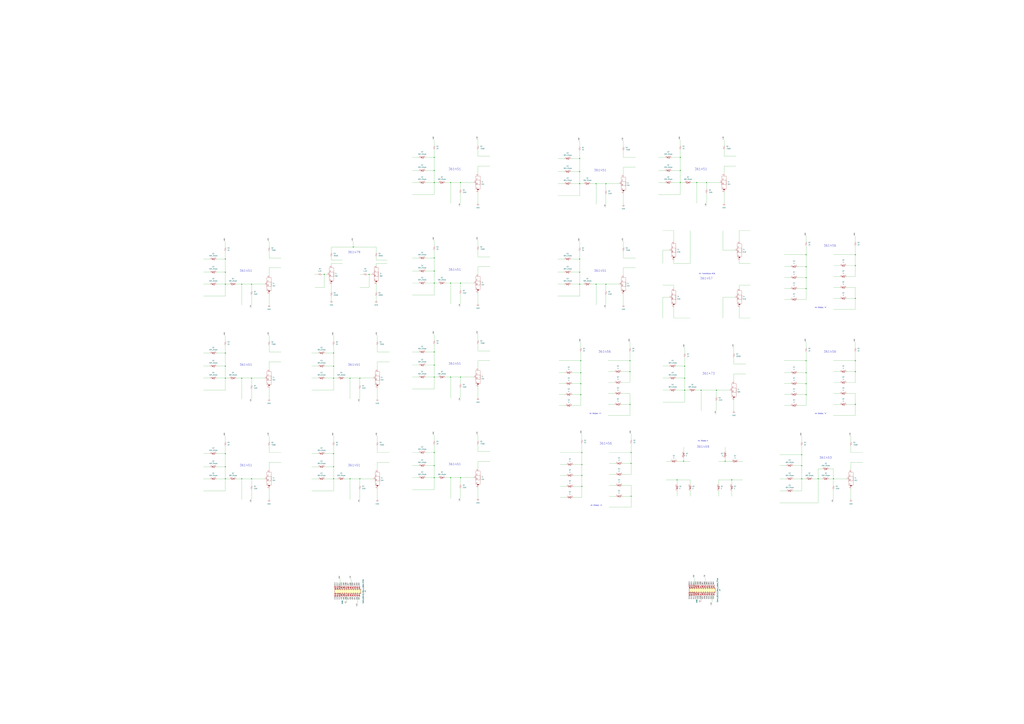
<source format=kicad_sch>
(kicad_sch (version 20211123) (generator eeschema)
  (paper "A0")
  (junction (at 292.1 330.2))
  (junction (at 261.62 527.05))
  (junction (at 993.14 346.71))
  (junction (at 280.67 330.2))
  (junction (at 504.19 299.72))
  (junction (at 261.62 316.23))
  (junction (at 692.15 330.2))
  (junction (at 534.67 212.09))
  (junction (at 935.99 433.07))
  (junction (at 523.24 554.99))
  (junction (at 417.83 439.42))
  (junction (at 789.94 198.12))
  (junction (at 935.99 419.1))
  (junction (at 675.64 552.45))
  (junction (at 731.52 469.9))
  (junction (at 280.67 556.26))
  (junction (at 993.14 419.1))
  (junction (at 523.24 328.93))
  (junction (at 387.35 556.26))
  (junction (at 993.14 469.9))
  (junction (at 410.21 287.02))
  (junction (at 674.37 445.77))
  (junction (at 808.99 212.09))
  (junction (at 428.625 318.77))
  (junction (at 261.62 439.42))
  (junction (at 795.02 453.39))
  (junction (at 793.75 535.94))
  (junction (at 261.62 425.45))
  (junction (at 534.67 554.99))
  (junction (at 406.4 439.42))
  (junction (at 673.1 330.2))
  (junction (at 376.555 318.77))
  (junction (at 261.62 300.99))
  (junction (at 935.99 309.88))
  (junction (at 935.99 295.91))
  (junction (at 504.19 212.09))
  (junction (at 673.1 316.23))
  (junction (at 674.37 458.47))
  (junction (at 387.35 425.45))
  (junction (at 387.35 410.21))
  (junction (at 849.63 557.53))
  (junction (at 731.52 431.8))
  (junction (at 674.37 419.1))
  (junction (at 935.99 445.77))
  (junction (at 732.79 525.78))
  (junction (at 935.99 458.47))
  (junction (at 673.1 199.39))
  (junction (at 842.01 535.94))
  (junction (at 417.83 556.26))
  (junction (at 675.64 565.15))
  (junction (at 967.74 556.26))
  (junction (at 930.91 528.32))
  (junction (at 795.02 425.45))
  (junction (at 261.62 330.2))
  (junction (at 675.64 525.78))
  (junction (at 504.19 198.12))
  (junction (at 732.79 538.48))
  (junction (at 504.19 424.18))
  (junction (at 292.1 556.26))
  (junction (at 261.62 410.21))
  (junction (at 935.99 335.28))
  (junction (at 993.14 295.91))
  (junction (at 504.19 408.94))
  (junction (at 820.42 212.09))
  (junction (at 523.24 212.09))
  (junction (at 280.67 439.42))
  (junction (at 534.67 328.93))
  (junction (at 406.4 556.26))
  (junction (at 930.91 556.26))
  (junction (at 504.19 182.88))
  (junction (at 504.19 554.99))
  (junction (at 993.14 308.61))
  (junction (at 504.19 525.78))
  (junction (at 831.85 453.39))
  (junction (at 674.37 433.07))
  (junction (at 387.35 527.05))
  (junction (at 789.94 182.88))
  (junction (at 692.15 213.36))
  (junction (at 673.1 184.15))
  (junction (at 703.58 213.36))
  (junction (at 795.02 439.42))
  (junction (at 731.52 419.1))
  (junction (at 292.1 439.42))
  (junction (at 930.91 541.02))
  (junction (at 504.19 328.93))
  (junction (at 504.19 314.96))
  (junction (at 504.19 541.02))
  (junction (at 949.96 556.26))
  (junction (at 523.24 438.15))
  (junction (at 534.67 438.15))
  (junction (at 935.99 322.58))
  (junction (at 993.14 431.8))
  (junction (at 814.07 453.39))
  (junction (at 673.1 213.36))
  (junction (at 504.19 438.15))
  (junction (at 789.94 212.09))
  (junction (at 703.58 330.2))
  (junction (at 673.1 300.99))
  (junction (at 261.62 556.26))
  (junction (at 675.64 539.75))
  (junction (at 387.35 439.42))
  (junction (at 387.35 542.29))
  (junction (at 786.13 557.53))
  (junction (at 261.62 542.29))
  (junction (at 732.79 576.58))
  (wire (pts (xy 361.95 527.05) (xy 369.57 527.05)))
  (wire (pts (xy 523.24 462.28) (xy 523.24 438.15)))
  (wire (pts (xy 261.62 556.26) (xy 266.7 556.26)))
  (wire (pts (xy 782.32 267.97) (xy 769.62 267.97)))
  (wire (pts (xy 795.02 439.42) (xy 795.02 453.39)))
  (wire (pts (xy 692.15 354.33) (xy 692.15 330.2)))
  (wire (pts (xy 387.35 570.23) (xy 387.35 556.26)))
  (wire (pts (xy 673.1 300.99) (xy 673.1 316.23)))
  (wire (pts (xy 274.32 439.42) (xy 280.67 439.42)))
  (wire (pts (xy 361.95 570.23) (xy 387.35 570.23)))
  (wire (pts (xy 820.42 224.79) (xy 820.42 236.22)))
  (wire (pts (xy 504.19 525.78) (xy 494.03 525.78)))
  (wire (pts (xy 858.52 267.97) (xy 871.22 267.97)))
  (wire (pts (xy 554.99 449.58) (xy 554.99 462.28)))
  (wire (pts (xy 675.64 504.19) (xy 675.64 510.54)))
  (wire (pts (xy 731.52 457.2) (xy 731.52 469.9)))
  (wire (pts (xy 554.99 407.67) (xy 568.96 407.67)))
  (wire (pts (xy 673.1 292.1) (xy 673.1 300.99)))
  (wire (pts (xy 647.7 227.33) (xy 673.1 227.33)))
  (wire (pts (xy 292.1 342.9) (xy 292.1 354.33)))
  (wire (pts (xy 925.83 458.47) (xy 935.99 458.47)))
  (wire (pts (xy 840.74 223.52) (xy 840.74 236.22)))
  (wire (pts (xy 650.24 577.85) (xy 657.86 577.85)))
  (wire (pts (xy 236.22 344.17) (xy 261.62 344.17)))
  (wire (pts (xy 801.37 570.23) (xy 801.37 576.58)))
  (wire (pts (xy 673.1 316.23) (xy 662.94 316.23)))
  (wire (pts (xy 769.62 331.47) (xy 782.32 331.47)))
  (wire (pts (xy 534.67 450.85) (xy 534.67 462.28)))
  (wire (pts (xy 534.67 554.99) (xy 549.91 554.99)))
  (wire (pts (xy 732.79 563.88) (xy 732.79 576.58)))
  (wire (pts (xy 707.39 551.18) (xy 715.01 551.18)))
  (wire (pts (xy 834.39 570.23) (xy 834.39 576.58)))
  (wire (pts (xy 706.12 469.9) (xy 713.74 469.9)))
  (wire (pts (xy 478.79 568.96) (xy 504.19 568.96)))
  (wire (pts (xy 930.91 556.26) (xy 935.99 556.26)))
  (wire (pts (xy 504.19 516.89) (xy 504.19 525.78)))
  (wire (pts (xy 674.37 458.47) (xy 674.37 471.17)))
  (wire (pts (xy 814.07 692.15) (xy 814.07 698.5)))
  (wire (pts (xy 858.52 331.47) (xy 871.22 331.47)))
  (wire (pts (xy 795.02 453.39) (xy 800.1 453.39)))
  (wire (pts (xy 504.19 182.88) (xy 494.03 182.88)))
  (wire (pts (xy 438.15 537.21) (xy 452.12 537.21)))
  (wire (pts (xy 665.48 565.15) (xy 675.64 565.15)))
  (wire (pts (xy 365.76 334.01) (xy 376.555 334.01)))
  (wire (pts (xy 769.62 453.39) (xy 777.24 453.39)))
  (wire (pts (xy 648.97 471.17) (xy 656.59 471.17)))
  (wire (pts (xy 789.94 182.88) (xy 789.94 198.12)))
  (wire (pts (xy 967.74 359.41) (xy 993.14 359.41)))
  (wire (pts (xy 478.79 299.72) (xy 486.41 299.72)))
  (wire (pts (xy 993.14 431.8) (xy 993.14 419.1)))
  (wire (pts (xy 387.35 439.42) (xy 392.43 439.42)))
  (wire (pts (xy 673.1 227.33) (xy 673.1 213.36)))
  (wire (pts (xy 261.62 527.05) (xy 251.46 527.05)))
  (wire (pts (xy 650.24 552.45) (xy 657.86 552.45)))
  (wire (pts (xy 554.99 298.45) (xy 568.96 298.45)))
  (wire (pts (xy 478.79 342.9) (xy 504.19 342.9)))
  (wire (pts (xy 789.94 198.12) (xy 779.78 198.12)))
  (wire (pts (xy 394.97 673.1) (xy 394.97 680.72)))
  (wire (pts (xy 650.24 525.78) (xy 675.64 525.78)))
  (wire (pts (xy 993.14 457.2) (xy 993.14 469.9)))
  (wire (pts (xy 236.22 330.2) (xy 243.84 330.2)))
  (wire (pts (xy 534.67 328.93) (xy 534.67 336.55)))
  (wire (pts (xy 504.19 162.56) (xy 504.19 168.91)))
  (wire (pts (xy 406.4 463.55) (xy 406.4 439.42)))
  (wire (pts (xy 707.39 589.28) (xy 732.79 589.28)))
  (wire (pts (xy 814.07 453.39) (xy 814.07 477.52)))
  (wire (pts (xy 384.81 287.02) (xy 410.21 287.02)))
  (wire (pts (xy 721.36 444.5) (xy 731.52 444.5)))
  (wire (pts (xy 261.62 542.29) (xy 251.46 542.29)))
  (wire (pts (xy 387.35 453.39) (xy 387.35 439.42)))
  (wire (pts (xy 374.015 318.77) (xy 376.555 318.77)))
  (wire (pts (xy 993.14 274.32) (xy 993.14 280.67)))
  (wire (pts (xy 849.63 557.53) (xy 849.63 562.61)))
  (wire (pts (xy 782.32 331.47) (xy 782.32 335.28)))
  (wire (pts (xy 312.42 518.16) (xy 312.42 525.78)))
  (wire (pts (xy 769.62 290.83) (xy 769.62 306.07)))
  (wire (pts (xy 428.625 318.77) (xy 431.8 318.77)))
  (wire (pts (xy 949.96 584.2) (xy 905.51 584.2)))
  (wire (pts (xy 504.19 541.02) (xy 494.03 541.02)))
  (wire (pts (xy 436.88 330.2) (xy 436.88 339.09)))
  (wire (pts (xy 236.22 453.39) (xy 261.62 453.39)))
  (wire (pts (xy 406.4 580.39) (xy 406.4 556.26)))
  (wire (pts (xy 910.59 433.07) (xy 918.21 433.07)))
  (wire (pts (xy 438.15 401.32) (xy 438.15 408.94)))
  (wire (pts (xy 930.91 541.02) (xy 930.91 556.26)))
  (wire (pts (xy 706.12 444.5) (xy 713.74 444.5)))
  (wire (pts (xy 312.42 401.32) (xy 312.42 408.94)))
  (wire (pts (xy 935.99 397.51) (xy 935.99 403.86)))
  (wire (pts (xy 312.42 292.1) (xy 312.42 299.72)))
  (wire (pts (xy 504.19 438.15) (xy 509.27 438.15)))
  (wire (pts (xy 925.83 347.98) (xy 935.99 347.98)))
  (wire (pts (xy 673.1 184.15) (xy 673.1 199.39)))
  (wire (pts (xy 802.64 212.09) (xy 808.99 212.09)))
  (wire (pts (xy 858.52 280.67) (xy 858.52 267.97)))
  (wire (pts (xy 782.32 302.26) (xy 782.32 306.07)))
  (wire (pts (xy 650.24 539.75) (xy 657.86 539.75)))
  (wire (pts (xy 853.44 345.44) (xy 839.47 345.44)))
  (wire (pts (xy 664.21 471.17) (xy 674.37 471.17)))
  (wire (pts (xy 384.81 330.2) (xy 384.81 339.09)))
  (wire (pts (xy 478.79 328.93) (xy 486.41 328.93)))
  (wire (pts (xy 554.99 318.77) (xy 554.99 309.88)))
  (wire (pts (xy 554.99 505.46) (xy 554.99 511.81)))
  (wire (pts (xy 962.66 556.26) (xy 967.74 556.26)))
  (wire (pts (xy 723.9 203.2) (xy 723.9 194.31)))
  (wire (pts (xy 274.32 330.2) (xy 280.67 330.2)))
  (wire (pts (xy 516.89 554.99) (xy 523.24 554.99)))
  (wire (pts (xy 261.62 401.32) (xy 261.62 410.21)))
  (wire (pts (xy 930.91 541.02) (xy 920.75 541.02)))
  (wire (pts (xy 534.67 438.15) (xy 534.67 445.77)))
  (wire (pts (xy 387.35 542.29) (xy 387.35 556.26)))
  (wire (pts (xy 732.79 525.78) (xy 732.79 515.62)))
  (wire (pts (xy 703.58 330.2) (xy 703.58 337.82)))
  (wire (pts (xy 438.15 389.89) (xy 438.15 396.24)))
  (wire (pts (xy 910.59 458.47) (xy 918.21 458.47)))
  (wire (pts (xy 504.19 408.94) (xy 504.19 424.18)))
  (wire (pts (xy 852.17 422.91) (xy 866.14 422.91)))
  (wire (pts (xy 504.19 541.02) (xy 504.19 554.99)))
  (wire (pts (xy 982.98 346.71) (xy 993.14 346.71)))
  (wire (pts (xy 478.79 554.99) (xy 486.41 554.99)))
  (wire (pts (xy 478.79 314.96) (xy 486.41 314.96)))
  (wire (pts (xy 417.83 439.42) (xy 433.07 439.42)))
  (wire (pts (xy 554.99 279.4) (xy 554.99 285.75)))
  (wire (pts (xy 831.85 466.09) (xy 831.85 477.52)))
  (wire (pts (xy 292.1 452.12) (xy 292.1 463.55)))
  (wire (pts (xy 523.24 212.09) (xy 534.67 212.09)))
  (wire (pts (xy 967.74 482.6) (xy 993.14 482.6)))
  (wire (pts (xy 675.64 565.15) (xy 675.64 577.85)))
  (wire (pts (xy 280.67 330.2) (xy 292.1 330.2)))
  (wire (pts (xy 648.97 419.1) (xy 674.37 419.1)))
  (wire (pts (xy 764.54 198.12) (xy 772.16 198.12)))
  (wire (pts (xy 236.22 439.42) (xy 243.84 439.42)))
  (wire (pts (xy 376.555 334.01) (xy 376.555 318.77)))
  (wire (pts (xy 930.91 518.16) (xy 930.91 528.32)))
  (wire (pts (xy 478.79 182.88) (xy 486.41 182.88)))
  (wire (pts (xy 236.22 570.23) (xy 261.62 570.23)))
  (wire (pts (xy 723.9 341.63) (xy 723.9 354.33)))
  (wire (pts (xy 292.1 556.26) (xy 307.34 556.26)))
  (wire (pts (xy 292.1 556.26) (xy 292.1 563.88)))
  (wire (pts (xy 261.62 280.67) (xy 261.62 287.02)))
  (wire (pts (xy 673.1 213.36) (xy 678.18 213.36)))
  (wire (pts (xy 773.43 535.94) (xy 778.51 535.94)))
  (wire (pts (xy 731.52 419.1) (xy 731.52 408.94)))
  (wire (pts (xy 784.86 453.39) (xy 795.02 453.39)))
  (wire (pts (xy 478.79 226.06) (xy 504.19 226.06)))
  (wire (pts (xy 292.1 439.42) (xy 307.34 439.42)))
  (wire (pts (xy 935.99 419.1) (xy 935.99 408.94)))
  (wire (pts (xy 554.99 290.83) (xy 554.99 298.45)))
  (wire (pts (xy 402.59 693.42) (xy 402.59 699.77)))
  (wire (pts (xy 849.63 557.53) (xy 834.39 557.53)))
  (wire (pts (xy 786.13 557.53) (xy 786.13 562.61)))
  (wire (pts (xy 387.35 542.29) (xy 377.19 542.29)))
  (wire (pts (xy 400.05 439.42) (xy 406.4 439.42)))
  (wire (pts (xy 840.74 162.56) (xy 840.74 168.91)))
  (wire (pts (xy 782.32 369.57) (xy 801.37 369.57)))
  (wire (pts (xy 494.03 554.99) (xy 504.19 554.99)))
  (wire (pts (xy 707.39 538.48) (xy 715.01 538.48)))
  (wire (pts (xy 438.15 450.85) (xy 438.15 463.55)))
  (wire (pts (xy 967.74 568.96) (xy 967.74 580.39)))
  (wire (pts (xy 554.99 193.04) (xy 568.96 193.04)))
  (wire (pts (xy 789.94 173.99) (xy 789.94 182.88)))
  (wire (pts (xy 523.24 554.99) (xy 534.67 554.99)))
  (wire (pts (xy 312.42 389.89) (xy 312.42 396.24)))
  (wire (pts (xy 504.19 328.93) (xy 509.27 328.93)))
  (wire (pts (xy 312.42 537.21) (xy 326.39 537.21)))
  (wire (pts (xy 982.98 431.8) (xy 993.14 431.8)))
  (wire (pts (xy 554.99 400.05) (xy 554.99 407.67)))
  (wire (pts (xy 261.62 453.39) (xy 261.62 439.42)))
  (wire (pts (xy 831.85 453.39) (xy 831.85 461.01)))
  (wire (pts (xy 436.88 287.02) (xy 436.88 293.37)))
  (wire (pts (xy 840.74 173.99) (xy 840.74 181.61)))
  (wire (pts (xy 647.7 213.36) (xy 655.32 213.36)))
  (wire (pts (xy 261.62 316.23) (xy 251.46 316.23)))
  (wire (pts (xy 967.74 469.9) (xy 975.36 469.9)))
  (wire (pts (xy 789.94 226.06) (xy 789.94 212.09)))
  (wire (pts (xy 438.15 518.16) (xy 438.15 525.78)))
  (wire (pts (xy 478.79 452.12) (xy 504.19 452.12)))
  (wire (pts (xy 910.59 445.77) (xy 918.21 445.77)))
  (wire (pts (xy 261.62 316.23) (xy 261.62 330.2)))
  (wire (pts (xy 504.19 554.99) (xy 509.27 554.99)))
  (wire (pts (xy 251.46 439.42) (xy 261.62 439.42)))
  (wire (pts (xy 504.19 424.18) (xy 494.03 424.18)))
  (wire (pts (xy 839.47 345.44) (xy 839.47 369.57)))
  (wire (pts (xy 261.62 506.73) (xy 261.62 513.08)))
  (wire (pts (xy 935.99 274.32) (xy 935.99 280.67)))
  (wire (pts (xy 292.1 439.42) (xy 292.1 447.04)))
  (wire (pts (xy 554.99 309.88) (xy 568.96 309.88)))
  (wire (pts (xy 554.99 173.99) (xy 554.99 181.61)))
  (wire (pts (xy 647.7 199.39) (xy 655.32 199.39)))
  (wire (pts (xy 930.91 570.23) (xy 930.91 556.26)))
  (wire (pts (xy 410.21 280.67) (xy 410.21 287.02)))
  (wire (pts (xy 967.74 457.2) (xy 975.36 457.2)))
  (wire (pts (xy 820.42 212.09) (xy 820.42 219.71)))
  (wire (pts (xy 857.25 535.94) (xy 862.33 535.94)))
  (wire (pts (xy 910.59 347.98) (xy 918.21 347.98)))
  (wire (pts (xy 764.54 212.09) (xy 772.16 212.09)))
  (wire (pts (xy 675.64 525.78) (xy 675.64 515.62)))
  (wire (pts (xy 721.36 457.2) (xy 731.52 457.2)))
  (wire (pts (xy 312.42 429.26) (xy 312.42 420.37)))
  (wire (pts (xy 769.62 425.45) (xy 777.24 425.45)))
  (wire (pts (xy 387.35 410.21) (xy 387.35 425.45)))
  (wire (pts (xy 673.1 184.15) (xy 662.94 184.15)))
  (wire (pts (xy 387.35 425.45) (xy 387.35 439.42)))
  (wire (pts (xy 438.15 506.73) (xy 438.15 513.08)))
  (wire (pts (xy 384.81 293.37) (xy 384.81 287.02)))
  (wire (pts (xy 943.61 556.26) (xy 949.96 556.26)))
  (wire (pts (xy 988.06 518.16) (xy 988.06 525.78)))
  (wire (pts (xy 935.99 445.77) (xy 935.99 458.47)))
  (wire (pts (xy 417.83 556.26) (xy 433.07 556.26)))
  (wire (pts (xy 504.19 173.99) (xy 504.19 182.88)))
  (wire (pts (xy 993.14 321.31) (xy 993.14 308.61)))
  (wire (pts (xy 647.7 344.17) (xy 673.1 344.17)))
  (wire (pts (xy 839.47 290.83) (xy 839.47 267.97)))
  (wire (pts (xy 280.67 439.42) (xy 292.1 439.42)))
  (wire (pts (xy 387.35 389.89) (xy 387.35 396.24)))
  (wire (pts (xy 967.74 334.01) (xy 975.36 334.01)))
  (wire (pts (xy 504.19 400.05) (xy 504.19 408.94)))
  (wire (pts (xy 504.19 314.96) (xy 494.03 314.96)))
  (wire (pts (xy 967.74 295.91) (xy 993.14 295.91)))
  (wire (pts (xy 853.44 290.83) (xy 839.47 290.83)))
  (wire (pts (xy 993.14 419.1) (xy 993.14 408.94)))
  (wire (pts (xy 478.79 438.15) (xy 486.41 438.15)))
  (wire (pts (xy 662.94 330.2) (xy 673.1 330.2)))
  (wire (pts (xy 793.75 519.43) (xy 793.75 524.51)))
  (wire (pts (xy 993.14 295.91) (xy 993.14 285.75)))
  (wire (pts (xy 417.83 318.77) (xy 421.64 318.77)))
  (wire (pts (xy 261.62 425.45) (xy 261.62 439.42)))
  (wire (pts (xy 801.37 562.61) (xy 801.37 557.53)))
  (wire (pts (xy 261.62 389.89) (xy 261.62 396.24)))
  (wire (pts (xy 721.36 431.8) (xy 731.52 431.8)))
  (wire (pts (xy 782.32 356.87) (xy 782.32 369.57)))
  (wire (pts (xy 647.7 330.2) (xy 655.32 330.2)))
  (wire (pts (xy 723.9 280.67) (xy 723.9 287.02)))
  (wire (pts (xy 554.99 340.36) (xy 554.99 353.06)))
  (wire (pts (xy 723.9 320.04) (xy 723.9 311.15)))
  (wire (pts (xy 312.42 525.78) (xy 326.39 525.78)))
  (wire (pts (xy 280.67 556.26) (xy 292.1 556.26)))
  (wire (pts (xy 993.14 308.61) (xy 993.14 295.91)))
  (wire (pts (xy 905.51 556.26) (xy 913.13 556.26)))
  (wire (pts (xy 436.88 298.45) (xy 436.88 302.26)))
  (wire (pts (xy 949.96 556.26) (xy 955.04 556.26)))
  (wire (pts (xy 280.67 580.39) (xy 280.67 556.26)))
  (wire (pts (xy 361.95 410.21) (xy 369.57 410.21)))
  (wire (pts (xy 807.72 453.39) (xy 814.07 453.39)))
  (wire (pts (xy 554.99 524.51) (xy 568.96 524.51)))
  (wire (pts (xy 722.63 538.48) (xy 732.79 538.48)))
  (wire (pts (xy 967.74 556.26) (xy 967.74 563.88)))
  (wire (pts (xy 849.63 570.23) (xy 849.63 576.58)))
  (wire (pts (xy 236.22 556.26) (xy 243.84 556.26)))
  (wire (pts (xy 795.02 467.36) (xy 795.02 453.39)))
  (wire (pts (xy 935.99 309.88) (xy 935.99 322.58)))
  (wire (pts (xy 251.46 556.26) (xy 261.62 556.26)))
  (wire (pts (xy 438.15 429.26) (xy 438.15 420.37)))
  (wire (pts (xy 361.95 439.42) (xy 369.57 439.42)))
  (wire (pts (xy 707.39 525.78) (xy 732.79 525.78)))
  (wire (pts (xy 795.02 425.45) (xy 784.86 425.45)))
  (wire (pts (xy 384.81 298.45) (xy 384.81 302.26)))
  (wire (pts (xy 674.37 397.51) (xy 674.37 403.86)))
  (wire (pts (xy 407.67 673.1) (xy 407.67 680.72)))
  (wire (pts (xy 534.67 328.93) (xy 549.91 328.93)))
  (wire (pts (xy 858.52 369.57) (xy 871.22 369.57)))
  (wire (pts (xy 673.1 300.99) (xy 662.94 300.99)))
  (wire (pts (xy 426.72 318.77) (xy 428.625 318.77)))
  (wire (pts (xy 910.59 419.1) (xy 935.99 419.1)))
  (wire (pts (xy 478.79 198.12) (xy 486.41 198.12)))
  (wire (pts (xy 647.7 300.99) (xy 655.32 300.99)))
  (wire (pts (xy 703.58 213.36) (xy 718.82 213.36)))
  (wire (pts (xy 795.02 425.45) (xy 795.02 439.42)))
  (wire (pts (xy 858.52 335.28) (xy 858.52 331.47)))
  (wire (pts (xy 236.22 316.23) (xy 243.84 316.23)))
  (wire (pts (xy 910.59 471.17) (xy 918.21 471.17)))
  (wire (pts (xy 554.99 201.93) (xy 554.99 193.04)))
  (wire (pts (xy 806.45 671.83) (xy 806.45 679.45)))
  (wire (pts (xy 387.35 425.45) (xy 377.19 425.45)))
  (wire (pts (xy 993.14 334.01) (xy 993.14 346.71)))
  (wire (pts (xy 782.32 306.07) (xy 801.37 306.07)))
  (wire (pts (xy 808.99 236.22) (xy 808.99 212.09)))
  (wire (pts (xy 534.67 438.15) (xy 549.91 438.15)))
  (wire (pts (xy 417.83 556.26) (xy 417.83 563.88)))
  (wire (pts (xy 930.91 556.26) (xy 920.75 556.26)))
  (wire (pts (xy 387.35 506.73) (xy 387.35 513.08)))
  (wire (pts (xy 534.67 567.69) (xy 534.67 579.12)))
  (wire (pts (xy 955.04 544.83) (xy 949.96 544.83)))
  (wire (pts (xy 236.22 542.29) (xy 243.84 542.29)))
  (wire (pts (xy 665.48 552.45) (xy 675.64 552.45)))
  (wire (pts (xy 935.99 295.91) (xy 935.99 309.88)))
  (wire (pts (xy 554.99 181.61) (xy 568.96 181.61)))
  (wire (pts (xy 523.24 328.93) (xy 534.67 328.93)))
  (wire (pts (xy 831.85 453.39) (xy 847.09 453.39)))
  (wire (pts (xy 782.32 280.67) (xy 782.32 267.97)))
  (wire (pts (xy 988.06 537.21) (xy 1002.03 537.21)))
  (wire (pts (xy 534.67 224.79) (xy 534.67 236.22)))
  (wire (pts (xy 417.83 452.12) (xy 417.83 463.55)))
  (wire (pts (xy 504.19 525.78) (xy 504.19 541.02)))
  (wire (pts (xy 504.19 279.4) (xy 504.19 285.75)))
  (wire (pts (xy 673.1 280.67) (xy 673.1 287.02)))
  (wire (pts (xy 504.19 568.96) (xy 504.19 554.99)))
  (wire (pts (xy 852.17 443.23) (xy 852.17 434.34)))
  (wire (pts (xy 852.17 434.34) (xy 866.14 434.34)))
  (wire (pts (xy 261.62 527.05) (xy 261.62 542.29)))
  (wire (pts (xy 935.99 458.47) (xy 935.99 471.17)))
  (wire (pts (xy 410.21 287.02) (xy 436.88 287.02)))
  (wire (pts (xy 261.62 410.21) (xy 261.62 425.45)))
  (wire (pts (xy 949.96 544.83) (xy 949.96 556.26)))
  (wire (pts (xy 789.94 212.09) (xy 795.02 212.09)))
  (wire (pts (xy 706.12 482.6) (xy 731.52 482.6)))
  (wire (pts (xy 773.43 557.53) (xy 786.13 557.53)))
  (wire (pts (xy 504.19 226.06) (xy 504.19 212.09)))
  (wire (pts (xy 665.48 577.85) (xy 675.64 577.85)))
  (wire (pts (xy 789.94 162.56) (xy 789.94 168.91)))
  (wire (pts (xy 436.88 308.61) (xy 436.88 306.07)))
  (wire (pts (xy 554.99 223.52) (xy 554.99 236.22)))
  (wire (pts (xy 436.88 344.17) (xy 436.88 349.25)))
  (wire (pts (xy 664.21 445.77) (xy 674.37 445.77)))
  (wire (pts (xy 769.62 439.42) (xy 777.24 439.42)))
  (wire (pts (xy 662.94 213.36) (xy 673.1 213.36)))
  (wire (pts (xy 723.9 292.1) (xy 723.9 299.72)))
  (wire (pts (xy 935.99 433.07) (xy 935.99 445.77)))
  (wire (pts (xy 814.07 453.39) (xy 831.85 453.39)))
  (wire (pts (xy 920.75 570.23) (xy 930.91 570.23)))
  (wire (pts (xy 478.79 541.02) (xy 486.41 541.02)))
  (wire (pts (xy 930.91 528.32) (xy 930.91 541.02)))
  (wire (pts (xy 905.51 541.02) (xy 913.13 541.02)))
  (wire (pts (xy 504.19 342.9) (xy 504.19 328.93)))
  (wire (pts (xy 436.88 302.26) (xy 449.58 302.26)))
  (wire (pts (xy 648.97 433.07) (xy 656.59 433.07)))
  (wire (pts (xy 504.19 424.18) (xy 504.19 438.15)))
  (wire (pts (xy 988.06 567.69) (xy 988.06 580.39)))
  (wire (pts (xy 523.24 579.12) (xy 523.24 554.99)))
  (wire (pts (xy 793.75 535.94) (xy 801.37 535.94)))
  (wire (pts (xy 534.67 341.63) (xy 534.67 353.06)))
  (wire (pts (xy 795.02 439.42) (xy 784.86 439.42)))
  (wire (pts (xy 251.46 330.2) (xy 261.62 330.2)))
  (wire (pts (xy 779.78 212.09) (xy 789.94 212.09)))
  (wire (pts (xy 523.24 236.22) (xy 523.24 212.09)))
  (wire (pts (xy 534.67 212.09) (xy 549.91 212.09)))
  (wire (pts (xy 554.99 544.83) (xy 554.99 535.94)))
  (wire (pts (xy 988.06 506.73) (xy 988.06 513.08)))
  (wire (pts (xy 674.37 419.1) (xy 674.37 433.07)))
  (wire (pts (xy 361.95 425.45) (xy 369.57 425.45)))
  (wire (pts (xy 967.74 431.8) (xy 975.36 431.8)))
  (wire (pts (xy 274.32 556.26) (xy 280.67 556.26)))
  (wire (pts (xy 905.51 528.32) (xy 930.91 528.32)))
  (wire (pts (xy 842.01 532.13) (xy 842.01 535.94)))
  (wire (pts (xy 292.1 568.96) (xy 292.1 580.39)))
  (wire (pts (xy 925.83 335.28) (xy 935.99 335.28)))
  (wire (pts (xy 769.62 467.36) (xy 795.02 467.36)))
  (wire (pts (xy 665.48 539.75) (xy 675.64 539.75)))
  (wire (pts (xy 261.62 518.16) (xy 261.62 527.05)))
  (wire (pts (xy 361.95 453.39) (xy 387.35 453.39)))
  (wire (pts (xy 312.42 280.67) (xy 312.42 287.02)))
  (wire (pts (xy 675.64 552.45) (xy 675.64 565.15)))
  (wire (pts (xy 852.17 415.29) (xy 852.17 422.91)))
  (wire (pts (xy 438.15 420.37) (xy 452.12 420.37)))
  (wire (pts (xy 417.83 439.42) (xy 417.83 447.04)))
  (wire (pts (xy 384.81 349.25) (xy 384.81 344.17)))
  (wire (pts (xy 504.19 314.96) (xy 504.19 328.93)))
  (wire (pts (xy 706.12 457.2) (xy 713.74 457.2)))
  (wire (pts (xy 478.79 525.78) (xy 486.41 525.78)))
  (wire (pts (xy 849.63 535.94) (xy 842.01 535.94)))
  (wire (pts (xy 925.83 322.58) (xy 935.99 322.58)))
  (wire (pts (xy 312.42 450.85) (xy 312.42 463.55)))
  (wire (pts (xy 692.15 330.2) (xy 703.58 330.2)))
  (wire (pts (xy 967.74 308.61) (xy 975.36 308.61)))
  (wire (pts (xy 732.79 589.28) (xy 732.79 576.58)))
  (wire (pts (xy 534.67 554.99) (xy 534.67 562.61)))
  (wire (pts (xy 967.74 544.83) (xy 962.66 544.83)))
  (wire (pts (xy 769.62 345.44) (xy 777.24 345.44)))
  (wire (pts (xy 384.81 302.26) (xy 397.51 302.26)))
  (wire (pts (xy 384.81 308.61) (xy 384.81 306.07)))
  (wire (pts (xy 988.06 525.78) (xy 1002.03 525.78)))
  (wire (pts (xy 664.21 458.47) (xy 674.37 458.47)))
  (wire (pts (xy 793.75 532.13) (xy 793.75 535.94)))
  (wire (pts (xy 819.15 671.83) (xy 819.15 679.45)))
  (wire (pts (xy 858.52 302.26) (xy 858.52 306.07)))
  (wire (pts (xy 935.99 295.91) (xy 935.99 285.75)))
  (wire (pts (xy 769.62 369.57) (xy 769.62 345.44)))
  (wire (pts (xy 438.15 546.1) (xy 438.15 537.21)))
  (wire (pts (xy 967.74 444.5) (xy 975.36 444.5)))
  (wire (pts (xy 910.59 335.28) (xy 918.21 335.28)))
  (wire (pts (xy 261.62 344.17) (xy 261.62 330.2)))
  (wire (pts (xy 723.9 311.15) (xy 737.87 311.15)))
  (wire (pts (xy 554.99 427.99) (xy 554.99 419.1)))
  (wire (pts (xy 292.1 330.2) (xy 292.1 337.82)))
  (wire (pts (xy 852.17 403.86) (xy 852.17 410.21)))
  (wire (pts (xy 935.99 419.1) (xy 935.99 433.07)))
  (wire (pts (xy 967.74 321.31) (xy 975.36 321.31)))
  (wire (pts (xy 312.42 567.69) (xy 312.42 580.39)))
  (wire (pts (xy 703.58 226.06) (xy 703.58 237.49)))
  (wire (pts (xy 516.89 328.93) (xy 523.24 328.93)))
  (wire (pts (xy 504.19 408.94) (xy 494.03 408.94)))
  (wire (pts (xy 554.99 566.42) (xy 554.99 579.12)))
  (wire (pts (xy 504.19 198.12) (xy 494.03 198.12)))
  (wire (pts (xy 703.58 330.2) (xy 718.82 330.2)))
  (wire (pts (xy 721.36 469.9) (xy 731.52 469.9)))
  (wire (pts (xy 795.02 415.29) (xy 795.02 425.45)))
  (wire (pts (xy 925.83 309.88) (xy 935.99 309.88)))
  (wire (pts (xy 675.64 525.78) (xy 675.64 539.75)))
  (wire (pts (xy 723.9 163.83) (xy 723.9 170.18)))
  (wire (pts (xy 280.67 463.55) (xy 280.67 439.42)))
  (wire (pts (xy 910.59 309.88) (xy 918.21 309.88)))
  (wire (pts (xy 361.95 556.26) (xy 369.57 556.26)))
  (wire (pts (xy 673.1 163.83) (xy 673.1 170.18)))
  (wire (pts (xy 534.67 212.09) (xy 534.67 219.71)))
  (wire (pts (xy 673.1 175.26) (xy 673.1 184.15)))
  (wire (pts (xy 731.52 431.8) (xy 731.52 419.1)))
  (wire (pts (xy 723.9 175.26) (xy 723.9 182.88)))
  (wire (pts (xy 910.59 322.58) (xy 918.21 322.58)))
  (wire (pts (xy 673.1 199.39) (xy 662.94 199.39)))
  (wire (pts (xy 840.74 181.61) (xy 854.71 181.61)))
  (wire (pts (xy 935.99 322.58) (xy 935.99 335.28)))
  (wire (pts (xy 842.01 535.94) (xy 834.39 535.94)))
  (wire (pts (xy 261.62 570.23) (xy 261.62 556.26)))
  (wire (pts (xy 925.83 445.77) (xy 935.99 445.77)))
  (wire (pts (xy 387.35 527.05) (xy 387.35 542.29)))
  (wire (pts (xy 648.97 445.77) (xy 656.59 445.77)))
  (wire (pts (xy 935.99 335.28) (xy 935.99 347.98)))
  (wire (pts (xy 706.12 431.8) (xy 713.74 431.8)))
  (wire (pts (xy 801.37 306.07) (xy 801.37 267.97)))
  (wire (pts (xy 417.83 334.01) (xy 428.625 334.01)))
  (wire (pts (xy 820.42 212.09) (xy 835.66 212.09)))
  (wire (pts (xy 988.06 546.1) (xy 988.06 537.21)))
  (wire (pts (xy 377.19 556.26) (xy 387.35 556.26)))
  (wire (pts (xy 675.64 539.75) (xy 675.64 552.45)))
  (wire (pts (xy 312.42 546.1) (xy 312.42 537.21)))
  (wire (pts (xy 982.98 469.9) (xy 993.14 469.9)))
  (wire (pts (xy 504.19 299.72) (xy 494.03 299.72)))
  (wire (pts (xy 261.62 425.45) (xy 251.46 425.45)))
  (wire (pts (xy 673.1 316.23) (xy 673.1 330.2)))
  (wire (pts (xy 685.8 213.36) (xy 692.15 213.36)))
  (wire (pts (xy 417.83 568.96) (xy 417.83 580.39)))
  (wire (pts (xy 732.79 538.48) (xy 732.79 525.78)))
  (wire (pts (xy 438.15 525.78) (xy 452.12 525.78)))
  (wire (pts (xy 967.74 346.71) (xy 975.36 346.71)))
  (wire (pts (xy 993.14 482.6) (xy 993.14 469.9)))
  (wire (pts (xy 261.62 410.21) (xy 251.46 410.21)))
  (wire (pts (xy 365.125 318.77) (xy 368.935 318.77)))
  (wire (pts (xy 731.52 482.6) (xy 731.52 469.9)))
  (wire (pts (xy 387.35 401.32) (xy 387.35 410.21)))
  (wire (pts (xy 723.9 299.72) (xy 737.87 299.72)))
  (wire (pts (xy 732.79 551.18) (xy 732.79 538.48)))
  (wire (pts (xy 504.19 290.83) (xy 504.19 299.72)))
  (wire (pts (xy 723.9 194.31) (xy 737.87 194.31)))
  (wire (pts (xy 703.58 342.9) (xy 703.58 354.33)))
  (wire (pts (xy 826.77 692.15) (xy 826.77 699.77)))
  (wire (pts (xy 647.7 316.23) (xy 655.32 316.23)))
  (wire (pts (xy 504.19 182.88) (xy 504.19 198.12)))
  (wire (pts (xy 692.15 213.36) (xy 703.58 213.36)))
  (wire (pts (xy 523.24 438.15) (xy 534.67 438.15)))
  (wire (pts (xy 910.59 295.91) (xy 935.99 295.91)))
  (wire (pts (xy 982.98 444.5) (xy 993.14 444.5)))
  (wire (pts (xy 808.99 212.09) (xy 820.42 212.09)))
  (wire (pts (xy 673.1 344.17) (xy 673.1 330.2)))
  (wire (pts (xy 685.8 330.2) (xy 692.15 330.2)))
  (wire (pts (xy 377.19 439.42) (xy 387.35 439.42)))
  (wire (pts (xy 387.35 410.21) (xy 377.19 410.21)))
  (wire (pts (xy 925.83 471.17) (xy 935.99 471.17)))
  (wire (pts (xy 777.24 290.83) (xy 769.62 290.83)))
  (wire (pts (xy 261.62 292.1) (xy 261.62 300.99)))
  (wire (pts (xy 504.19 452.12) (xy 504.19 438.15)))
  (wire (pts (xy 236.22 425.45) (xy 243.84 425.45)))
  (wire (pts (xy 707.39 563.88) (xy 715.01 563.88)))
  (wire (pts (xy 516.89 212.09) (xy 523.24 212.09)))
  (wire (pts (xy 905.51 570.23) (xy 913.13 570.23)))
  (wire (pts (xy 722.63 551.18) (xy 732.79 551.18)))
  (wire (pts (xy 673.1 199.39) (xy 673.1 213.36)))
  (wire (pts (xy 786.13 557.53) (xy 801.37 557.53)))
  (wire (pts (xy 554.99 516.89) (xy 554.99 524.51)))
  (wire (pts (xy 930.91 506.73) (xy 930.91 513.08)))
  (wire (pts (xy 261.62 300.99) (xy 261.62 316.23)))
  (wire (pts (xy 967.74 419.1) (xy 993.14 419.1)))
  (wire (pts (xy 723.9 182.88) (xy 737.87 182.88)))
  (wire (pts (xy 312.42 341.63) (xy 312.42 354.33)))
  (wire (pts (xy 674.37 419.1) (xy 674.37 408.94)))
  (wire (pts (xy 789.94 182.88) (xy 779.78 182.88)))
  (wire (pts (xy 789.94 198.12) (xy 789.94 212.09)))
  (wire (pts (xy 862.33 557.53) (xy 849.63 557.53)))
  (wire (pts (xy 834.39 562.61) (xy 834.39 557.53)))
  (wire (pts (xy 764.54 182.88) (xy 772.16 182.88)))
  (wire (pts (xy 312.42 311.15) (xy 326.39 311.15)))
  (wire (pts (xy 504.19 198.12) (xy 504.19 212.09)))
  (wire (pts (xy 925.83 433.07) (xy 935.99 433.07)))
  (wire (pts (xy 504.19 299.72) (xy 504.19 314.96)))
  (wire (pts (xy 982.98 334.01) (xy 993.14 334.01)))
  (wire (pts (xy 504.19 212.09) (xy 509.27 212.09)))
  (wire (pts (xy 982.98 457.2) (xy 993.14 457.2)))
  (wire (pts (xy 478.79 212.09) (xy 486.41 212.09)))
  (wire (pts (xy 312.42 420.37) (xy 326.39 420.37)))
  (wire (pts (xy 664.21 433.07) (xy 674.37 433.07)))
  (wire (pts (xy 494.03 212.09) (xy 504.19 212.09)))
  (wire (pts (xy 858.52 306.07) (xy 871.22 306.07)))
  (wire (pts (xy 361.95 542.29) (xy 369.57 542.29)))
  (wire (pts (xy 707.39 576.58) (xy 715.01 576.58)))
  (wire (pts (xy 648.97 458.47) (xy 656.59 458.47)))
  (wire (pts (xy 376.555 318.77) (xy 379.73 318.77)))
  (wire (pts (xy 993.14 444.5) (xy 993.14 431.8)))
  (wire (pts (xy 731.52 444.5) (xy 731.52 431.8)))
  (wire (pts (xy 406.4 439.42) (xy 417.83 439.42)))
  (wire (pts (xy 967.74 556.26) (xy 982.98 556.26)))
  (wire (pts (xy 842.01 519.43) (xy 842.01 524.51)))
  (wire (pts (xy 504.19 388.62) (xy 504.19 394.97)))
  (wire (pts (xy 703.58 213.36) (xy 703.58 220.98)))
  (wire (pts (xy 478.79 424.18) (xy 486.41 424.18)))
  (wire (pts (xy 852.17 464.82) (xy 852.17 477.52)))
  (wire (pts (xy 478.79 408.94) (xy 486.41 408.94)))
  (wire (pts (xy 436.88 306.07) (xy 449.58 306.07)))
  (wire (pts (xy 554.99 388.62) (xy 554.99 394.97)))
  (wire (pts (xy 949.96 556.26) (xy 949.96 584.2)))
  (wire (pts (xy 236.22 527.05) (xy 243.84 527.05)))
  (wire (pts (xy 312.42 320.04) (xy 312.42 311.15)))
  (wire (pts (xy 786.13 570.23) (xy 786.13 576.58)))
  (wire (pts (xy 387.35 556.26) (xy 392.43 556.26)))
  (wire (pts (xy 692.15 237.49) (xy 692.15 213.36)))
  (wire (pts (xy 982.98 321.31) (xy 993.14 321.31)))
  (wire (pts (xy 764.54 226.06) (xy 789.94 226.06)))
  (wire (pts (xy 400.05 556.26) (xy 406.4 556.26)))
  (wire (pts (xy 438.15 567.69) (xy 438.15 580.39)))
  (wire (pts (xy 786.13 535.94) (xy 793.75 535.94)))
  (wire (pts (xy 494.03 438.15) (xy 504.19 438.15)))
  (wire (pts (xy 722.63 576.58) (xy 732.79 576.58)))
  (wire (pts (xy 673.1 330.2) (xy 678.18 330.2)))
  (wire (pts (xy 280.67 354.33) (xy 280.67 330.2)))
  (wire (pts (xy 674.37 445.77) (xy 674.37 458.47)))
  (wire (pts (xy 236.22 410.21) (xy 243.84 410.21)))
  (wire (pts (xy 312.42 408.94) (xy 326.39 408.94)))
  (wire (pts (xy 650.24 565.15) (xy 657.86 565.15)))
  (wire (pts (xy 415.29 693.42) (xy 415.29 701.04)))
  (wire (pts (xy 387.35 518.16) (xy 387.35 527.05)))
  (wire (pts (xy 706.12 419.1) (xy 731.52 419.1)))
  (wire (pts (xy 840.74 201.93) (xy 840.74 193.04)))
  (wire (pts (xy 858.52 356.87) (xy 858.52 369.57)))
  (wire (pts (xy 554.99 535.94) (xy 568.96 535.94)))
  (wire (pts (xy 731.52 397.51) (xy 731.52 403.86)))
  (wire (pts (xy 523.24 353.06) (xy 523.24 328.93)))
  (wire (pts (xy 647.7 184.15) (xy 655.32 184.15)))
  (wire (pts (xy 261.62 330.2) (xy 266.7 330.2)))
  (wire (pts (xy 723.9 224.79) (xy 723.9 237.49)))
  (wire (pts (xy 428.625 334.01) (xy 428.625 318.77)))
  (wire (pts (xy 236.22 300.99) (xy 243.84 300.99)))
  (wire (pts (xy 967.74 556.26) (xy 967.74 544.83)))
  (wire (pts (xy 993.14 397.51) (xy 993.14 403.86)))
  (wire (pts (xy 312.42 506.73) (xy 312.42 513.08)))
  (wire (pts (xy 795.02 403.86) (xy 795.02 410.21)))
  (wire (pts (xy 674.37 433.07) (xy 674.37 445.77)))
  (wire (pts (xy 438.15 408.94) (xy 452.12 408.94)))
  (wire (pts (xy 387.35 527.05) (xy 377.19 527.05)))
  (wire (pts (xy 504.19 505.46) (xy 504.19 511.81)))
  (wire (pts (xy 292.1 330.2) (xy 307.34 330.2)))
  (wire (pts (xy 993.14 359.41) (xy 993.14 346.71)))
  (wire (pts (xy 261.62 300.99) (xy 251.46 300.99)))
  (wire (pts (xy 516.89 438.15) (xy 523.24 438.15)))
  (wire (pts (xy 312.42 299.72) (xy 326.39 299.72)))
  (wire (pts (xy 554.99 419.1) (xy 568.96 419.1)))
  (wire (pts (xy 261.62 542.29) (xy 261.62 556.26)))
  (wire (pts (xy 554.99 162.56) (xy 554.99 168.91)))
  (wire (pts (xy 261.62 439.42) (xy 266.7 439.42)))
  (wire (pts (xy 494.03 328.93) (xy 504.19 328.93)))
  (wire (pts (xy 722.63 563.88) (xy 732.79 563.88)))
  (wire (pts (xy 732.79 504.19) (xy 732.79 510.54)))
  (wire (pts (xy 384.81 306.07) (xy 397.51 306.07)))
  (wire (pts (xy 982.98 308.61) (xy 993.14 308.61)))
  (wire (pts (xy 840.74 193.04) (xy 854.71 193.04)))
  (wire (pts (xy 406.4 556.26) (xy 417.83 556.26)))
  (text "361451" (at 403.86 425.45 0) (effects (font (size 2.54 2.54)) (justify left bottom)))
  (text "361456" (at 956.31 287.02 0) (effects (font (size 2.54 2.54)) (justify left bottom)))
  (text "361451" (at 520.7 541.02 0) (effects (font (size 2.54 2.54)) (justify left bottom)))
  (text "All Diodes \"A\"" (at 684.53 481.33 0) (effects (font (size 1.27 1.27)) (justify left bottom)))
  (text "361451" (at 689.61 316.23 0) (effects (font (size 2.54 2.54)) (justify left bottom)))
  (text "361456" (at 956.31 410.21 0) (effects (font (size 2.54 2.54)) (justify left bottom)))
  (text "361451" (at 403.86 542.29 0) (effects (font (size 2.54 2.54)) (justify left bottom)))
  (text "361451" (at 520.7 424.18 0) (effects (font (size 2.54 2.54)) (justify left bottom)))
  (text "361459" (at 808.99 520.7 0) (effects (font (size 2.54 2.54)) (justify left bottom)))
  (text "361479" (at 403.86 294.64 0) (effects (font (size 2.54 2.54)) (justify left bottom)))
  (text "All Diodes A" (at 810.26 513.08 0) (effects (font (size 1.27 1.27)) (justify left bottom)))
  (text "361451" (at 278.13 316.23 0) (effects (font (size 2.54 2.54)) (justify left bottom)))
  (text "All Diodes \"A\"" (at 946.15 481.33 0) (effects (font (size 1.27 1.27)) (justify left bottom)))
  (text "361451" (at 278.13 542.29 0) (effects (font (size 2.54 2.54)) (justify left bottom)))
  (text "361451" (at 278.13 425.45 0) (effects (font (size 2.54 2.54)) (justify left bottom)))
  (text "361451" (at 520.7 314.96 0) (effects (font (size 2.54 2.54)) (justify left bottom)))
  (text "361451" (at 520.7 198.12 0) (effects (font (size 2.54 2.54)) (justify left bottom)))
  (text "361453" (at 951.23 533.4 0) (effects (font (size 2.54 2.54)) (justify left bottom)))
  (text "361451" (at 806.45 198.12 0) (effects (font (size 2.54 2.54)) (justify left bottom)))
  (text "361456" (at 694.69 410.21 0) (effects (font (size 2.54 2.54)) (justify left bottom)))
  (text "All Diodes \"A\"" (at 946.15 358.14 0) (effects (font (size 1.27 1.27)) (justify left bottom)))
  (text "361473" (at 815.34 435.61 0) (effects (font (size 2.54 2.54)) (justify left bottom)))
  (text "361457" (at 812.8 325.12 0) (effects (font (size 2.54 2.54)) (justify left bottom)))
  (text "361456" (at 695.96 516.89 0) (effects (font (size 2.54 2.54)) (justify left bottom)))
  (text "All Transistors ACB" (at 811.53 318.77 0) (effects (font (size 1.27 1.27)) (justify left bottom)))
  (text "361451" (at 689.61 199.39 0) (effects (font (size 2.54 2.54)) (justify left bottom)))
  (text "All Diodes \"A\"" (at 685.8 588.01 0) (effects (font (size 1.27 1.27)) (justify left bottom)))
  (label "+6V" (at 504.19 505.46 90))
  (label "G11" (at 394.97 680.72 90))
  (label "+6V" (at 935.99 274.32 90))
  (label "J07" (at 405.13 693.42 270))
  (label "+3V" (at 410.21 280.67 90))
  (label "+3V" (at 840.74 162.56 90))
  (label "+3V" (at 723.9 163.83 90))
  (label "-3V" (at 292.1 580.39 270))
  (label "+6V" (at 387.35 506.73 90))
  (label "+6V" (at 993.14 274.32 90))
  (label "G06" (at 407.67 680.72 90))
  (label "+3V" (at 554.99 505.46 90))
  (label "+3V" (at 438.15 389.89 90))
  (label "+6V" (at 387.35 389.89 90))
  (label "+6V" (at 930.91 506.73 90))
  (label "J06" (at 407.67 693.42 270))
  (label "B09" (at 811.53 679.45 90))
  (label "G02" (at 417.83 680.72 90))
  (label "+6V" (at 806.45 671.83 90))
  (label "J02" (at 417.83 693.42 270))
  (label "+6V" (at 674.37 397.51 90))
  (label "B07" (at 816.61 679.45 90))
  (label "B11" (at 806.45 679.45 90))
  (label "-3V" (at 820.42 236.22 270))
  (label "D06" (at 819.15 692.15 270))
  (label "-3V" (at 819.15 671.83 90))
  (label "J11" (at 394.97 693.42 270))
  (label "B08" (at 814.07 679.45 90))
  (label "G07" (at 405.13 680.72 90))
  (label "+6V" (at 732.79 504.19 90))
  (label "D11" (at 806.45 692.15 270))
  (label "+6V" (at 673.1 163.83 90))
  (label "D13" (at 801.37 692.15 270))
  (label "D07" (at 816.61 692.15 270))
  (label "-3V" (at 534.67 579.12 270))
  (label "D05" (at 821.69 692.15 270))
  (label "D04" (at 824.23 692.15 270))
  (label "B04" (at 824.23 679.45 90))
  (label "+3V" (at 554.99 279.4 90))
  (label "+6V" (at 504.19 279.4 90))
  (label "B10" (at 808.99 679.45 90))
  (label "D02" (at 829.31 692.15 270))
  (label "D03" (at 826.77 692.15 270))
  (label "J12" (at 392.43 693.42 270))
  (label "+6V" (at 261.62 389.89 90))
  (label "G13" (at 389.89 680.72 90))
  (label "+6V" (at 394.97 673.1 90))
  (label "-3V" (at 417.83 463.55 270))
  (label "+3V" (at 554.99 162.56 90))
  (label "+3V" (at 312.42 280.67 90))
  (label "+6V" (at 261.62 280.67 90))
  (label "+3V" (at 312.42 506.73 90))
  (label "J05" (at 410.21 693.42 270))
  (label "B02" (at 829.31 679.45 90))
  (label "B03" (at 826.77 679.45 90))
  (label "+6V" (at 504.19 162.56 90))
  (label "+3V" (at 554.99 388.62 90))
  (label "+6V" (at 504.19 388.62 90))
  (label "J04" (at 412.75 693.42 270))
  (label "G09" (at 400.05 680.72 90))
  (label "+6V" (at 675.64 504.19 90))
  (label "G10" (at 397.51 680.72 90))
  (label "D08" (at 814.07 692.15 270))
  (label "+6V" (at 673.1 280.67 90))
  (label "+6V" (at 731.52 397.51 90))
  (label "G05" (at 410.21 680.72 90))
  (label "-3V" (at 831.85 477.52 270))
  (label "J09" (at 400.05 693.42 270))
  (label "J13" (at 389.89 693.42 270))
  (label "G03" (at 415.29 680.72 90))
  (label "G08" (at 402.59 680.72 90))
  (label "+3V" (at 852.17 403.86 90))
  (label "B13" (at 801.37 679.45 90))
  (label "-3V" (at 703.58 237.49 270))
  (label "J08" (at 402.59 693.42 270))
  (label "+3V" (at 312.42 389.89 90))
  (label "D10" (at 808.99 692.15 270))
  (label "G04" (at 412.75 680.72 90))
  (label "-3V" (at 417.83 580.39 270))
  (label "+6V" (at 935.99 397.51 90))
  (label "+3V" (at 988.06 506.73 90))
  (label "J10" (at 397.51 693.42 270))
  (label "B06" (at 819.15 679.45 90))
  (label "-3V" (at 292.1 354.33 270))
  (label "-3V" (at 292.1 463.55 270))
  (label "+3V" (at 415.29 701.04 270))
  (label "+6V" (at 795.02 403.86 90))
  (label "-3V" (at 703.58 354.33 270))
  (label "+3V" (at 723.9 280.67 90))
  (label "-3V" (at 407.67 673.1 90))
  (label "B05" (at 821.69 679.45 90))
  (label "+3V" (at 826.77 699.77 270))
  (label "+6V" (at 789.94 162.56 90))
  (label "+6V" (at 261.62 506.73 90))
  (label "D09" (at 811.53 692.15 270))
  (label "-3V" (at 534.67 353.06 270))
  (label "-3V" (at 534.67 462.28 270))
  (label "+3V" (at 438.15 506.73 90))
  (label "-3V" (at 967.74 580.39 270))
  (label "G12" (at 392.43 680.72 90))
  (label "J03" (at 415.29 693.42 270))
  (label "+6V" (at 993.14 397.51 90))
  (label "D12" (at 803.91 692.15 270))
  (label "B12" (at 803.91 679.45 90))
  (label "-3V" (at 534.67 236.22 270))
  (symbol (lib_id "IBM_SLT-SLD:IBM_Diode") (at 939.8 556.26 180) (unit 1)
    (property "Reference" "D?" (at 939.8 549.91 0))
    (property "Value" "IBM_Diode" (at 939.8 552.45 0))
    (property "Footprint" "Diode_SMD:D_0201_0603Metric" (effects hide))
  )
  (symbol (lib_id "Device:R_Small_US") (at 504.19 514.35 0) (unit 1)
    (property "Reference" "R?" (at 506.73 513.0799 0) (effects (justify left)))
    (property "Value" "2K" (at 506.73 515.6199 0) (effects (justify left)))
    (property "Footprint" "Resistor_SMD:R_0201_0603Metric" (effects hide))
  )
  (symbol (lib_id "IBM_SLT-SLD:IBM_Diode") (at 717.55 457.2 0) (mirror x) (unit 1)
    (property "Reference" "D?" (at 717.55 450.85 0))
    (property "Value" "A" (at 717.55 453.39 0))
    (property "Footprint" "Diode_SMD:D_0201_0603Metric" (effects hide))
  )
  (symbol (lib_id "IBM_SLT-SLD:IBM_Diode") (at 718.82 576.58 0) (mirror x) (unit 1)
    (property "Reference" "D?" (at 718.82 570.23 0))
    (property "Value" "A" (at 718.82 572.77 0))
    (property "Footprint" "Diode_SMD:D_0201_0603Metric" (effects hide))
  )
  (symbol (lib_id "IBM_SLT-SLD:IBM_Diode") (at 396.24 556.26 180) (unit 1)
    (property "Reference" "D?" (at 396.24 549.91 0))
    (property "Value" "IBM_Diode" (at 396.24 552.45 0))
    (property "Footprint" "Diode_SMD:D_0201_0603Metric" (effects hide))
  )
  (symbol (lib_id "IBM_SLT-SLD:IBM_Diode") (at 661.67 552.45 0) (mirror x) (unit 1)
    (property "Reference" "D?" (at 661.67 546.1 0))
    (property "Value" "A" (at 661.67 548.64 0))
    (property "Footprint" "Diode_SMD:D_0201_0603Metric" (effects hide))
  )
  (symbol (lib_id "IBM_SLT-SLD:IBM_Diode") (at 490.22 554.99 0) (unit 1)
    (property "Reference" "D?" (at 490.22 548.64 0))
    (property "Value" "IBM_Diode" (at 490.22 551.18 0))
    (property "Footprint" "Diode_SMD:D_0201_0603Metric" (effects hide))
  )
  (symbol (lib_id "Device:R_Small_US") (at 438.15 515.62 0) (unit 1)
    (property "Reference" "R?" (at 440.69 514.3499 0) (effects (justify left)))
    (property "Value" "750Ω" (at 440.69 516.8899 0) (effects (justify left)))
    (property "Footprint" "Resistor_SMD:R_0201_0603Metric" (effects hide))
  )
  (symbol (lib_id "Device:R_Small_US") (at 534.67 565.15 0) (unit 1)
    (property "Reference" "R?" (at 537.21 563.8799 0) (effects (justify left)))
    (property "Value" "3.6K" (at 537.21 566.4199 0) (effects (justify left)))
    (property "Footprint" "Resistor_SMD:R_0201_0603Metric" (effects hide))
  )
  (symbol (lib_id "power:GND") (at 438.15 463.55 0) (unit 1)
    (property "Reference" "#PWR?" (effects hide))
    (property "Value" "GND" (at 438.15 468.63 0))
  )
  (symbol (lib_id "Device:R_Small_US") (at 674.37 406.4 0) (unit 1)
    (property "Reference" "R?" (at 676.91 405.1299 0) (effects (justify left)))
    (property "Value" "2K" (at 676.91 407.6699 0) (effects (justify left)))
    (property "Footprint" "Resistor_SMD:R_0201_0603Metric" (effects hide))
  )
  (symbol (lib_id "IBM_SLT-SLD:IBM_Diode") (at 922.02 471.17 0) (mirror x) (unit 1)
    (property "Reference" "D?" (at 922.02 464.82 0))
    (property "Value" "A" (at 922.02 467.36 0))
    (property "Footprint" "Diode_SMD:D_0201_0603Metric" (effects hide))
  )
  (symbol (lib_id "IBM_SLT-SLD:IBM_Diode") (at 396.24 439.42 180) (unit 1)
    (property "Reference" "D?" (at 396.24 433.07 0))
    (property "Value" "IBM_Diode" (at 396.24 435.61 0))
    (property "Footprint" "Diode_SMD:D_0201_0603Metric" (effects hide))
  )
  (symbol (lib_id "IBM_SLT-SLD:IBM_Diode") (at 373.38 542.29 0) (unit 1)
    (property "Reference" "D?" (at 373.38 535.94 0))
    (property "Value" "IBM_Diode" (at 373.38 538.48 0))
    (property "Footprint" "Diode_SMD:D_0201_0603Metric" (effects hide))
  )
  (symbol (lib_id "IBM_SLT-SLD:IBM_Transistor") (at 554.99 438.15 0) (unit 1)
    (property "Reference" "T?" (at 558.8 437.5149 0) (effects (justify left)))
    (property "Value" "AAA" (at 558.8 440.0549 0) (effects (justify left)))
    (property "Footprint" "Package_TO_SOT_SMD:SOT-883" (effects hide))
  )
  (symbol (lib_id "power:GND") (at 723.9 354.33 0) (unit 1)
    (property "Reference" "#PWR?" (effects hide))
    (property "Value" "GND" (at 723.9 359.41 0))
  )
  (symbol (lib_id "IBM_SLT-SLD:IBM_Diode") (at 373.38 527.05 0) (unit 1)
    (property "Reference" "D?" (at 373.38 520.7 0))
    (property "Value" "IBM_Diode" (at 373.38 523.24 0))
    (property "Footprint" "Diode_SMD:D_0201_0603Metric" (effects hide))
  )
  (symbol (lib_id "IBM_SLT-SLD:IBM_Transistor") (at 723.9 213.36 0) (unit 1)
    (property "Reference" "T?" (at 727.71 212.7249 0) (effects (justify left)))
    (property "Value" "AAA" (at 727.71 215.2649 0) (effects (justify left)))
    (property "Footprint" "Package_TO_SOT_SMD:SOT-883" (effects hide))
  )
  (symbol (lib_id "IBM_SLT-SLD:IBM_Diode") (at 781.05 453.39 0) (unit 1)
    (property "Reference" "D?" (at 781.05 447.04 0))
    (property "Value" "IBM_Diode" (at 781.05 449.58 0))
    (property "Footprint" "Diode_SMD:D_0201_0603Metric" (effects hide))
  )
  (symbol (lib_id "IBM_SLT-SLD:IBM_Diode") (at 979.17 444.5 0) (mirror x) (unit 1)
    (property "Reference" "D?" (at 979.17 438.15 0))
    (property "Value" "A" (at 979.17 440.69 0))
    (property "Footprint" "Diode_SMD:D_0201_0603Metric" (effects hide))
  )
  (symbol (lib_id "IBM_SLT-SLD:IBM_Transistor") (at 840.74 212.09 0) (unit 1)
    (property "Reference" "T?" (at 844.55 211.4549 0) (effects (justify left)))
    (property "Value" "AAA" (at 844.55 213.9949 0) (effects (justify left)))
    (property "Footprint" "Package_TO_SOT_SMD:SOT-883" (effects hide))
  )
  (symbol (lib_id "Device:R_Small_US") (at 387.35 398.78 0) (unit 1)
    (property "Reference" "R?" (at 389.89 397.5099 0) (effects (justify left)))
    (property "Value" "2K" (at 389.89 400.0499 0) (effects (justify left)))
    (property "Footprint" "Resistor_SMD:R_0201_0603Metric" (effects hide))
  )
  (symbol (lib_id "IBM_SLT-SLD:IBM_Transistor") (at 554.99 328.93 0) (unit 1)
    (property "Reference" "T?" (at 558.8 328.2949 0) (effects (justify left)))
    (property "Value" "AAA" (at 558.8 330.8349 0) (effects (justify left)))
    (property "Footprint" "Package_TO_SOT_SMD:SOT-883" (effects hide))
  )
  (symbol (lib_id "IBM_SLT-SLD:IBM_Diode") (at 490.22 424.18 0) (unit 1)
    (property "Reference" "D?" (at 490.22 417.83 0))
    (property "Value" "IBM_Diode" (at 490.22 420.37 0))
    (property "Footprint" "Diode_SMD:D_0201_0603Metric" (effects hide))
  )
  (symbol (lib_id "IBM_SLT-SLD:IBM_Diode") (at 490.22 328.93 0) (unit 1)
    (property "Reference" "D?" (at 490.22 322.58 0))
    (property "Value" "IBM_Diode" (at 490.22 325.12 0))
    (property "Footprint" "Diode_SMD:D_0201_0603Metric" (effects hide))
  )
  (symbol (lib_id "IBM_SLT-SLD:IBM_Diode") (at 681.99 213.36 180) (unit 1)
    (property "Reference" "D?" (at 681.99 207.01 0))
    (property "Value" "IBM_Diode" (at 681.99 209.55 0))
    (property "Footprint" "Diode_SMD:D_0201_0603Metric" (effects hide))
  )
  (symbol (lib_id "IBM_SLT-SLD:IBM_Diode") (at 373.38 439.42 0) (unit 1)
    (property "Reference" "D?" (at 373.38 433.07 0))
    (property "Value" "IBM_Diode" (at 373.38 435.61 0))
    (property "Footprint" "Diode_SMD:D_0201_0603Metric" (effects hide))
  )
  (symbol (lib_id "Device:R_Small_US") (at 554.99 397.51 0) (unit 1)
    (property "Reference" "R?" (at 557.53 396.2399 0) (effects (justify left)))
    (property "Value" "750Ω" (at 557.53 398.7799 0) (effects (justify left)))
    (property "Footprint" "Resistor_SMD:R_0201_0603Metric" (effects hide))
  )
  (symbol (lib_id "Device:R_Small_US") (at 384.81 295.91 0) (unit 1)
    (property "Reference" "R?" (at 387.35 294.6399 0) (effects (justify left)))
    (property "Value" "350Ω" (at 387.35 297.1799 0) (effects (justify left)))
    (property "Footprint" "Resistor_SMD:R_0201_0603Metric" (effects hide))
  )
  (symbol (lib_id "IBM_SLT-SLD:IBM_Diode") (at 916.94 556.26 0) (unit 1)
    (property "Reference" "D?" (at 916.94 549.91 0))
    (property "Value" "IBM_Diode" (at 916.94 552.45 0))
    (property "Footprint" "Diode_SMD:D_0201_0603Metric" (effects hide))
  )
  (symbol (lib_id "Device:R_Small_US") (at 789.94 171.45 0) (unit 1)
    (property "Reference" "R?" (at 792.48 170.1799 0) (effects (justify left)))
    (property "Value" "2K" (at 792.48 172.7199 0) (effects (justify left)))
    (property "Footprint" "Resistor_SMD:R_0201_0603Metric" (effects hide))
  )
  (symbol (lib_id "IBM_SLT-SLD:IBM_Diode") (at 270.51 330.2 180) (unit 1)
    (property "Reference" "D?" (at 270.51 323.85 0))
    (property "Value" "IBM_Diode" (at 270.51 326.39 0))
    (property "Footprint" "Diode_SMD:D_0201_0603Metric" (effects hide))
  )
  (symbol (lib_id "IBM_SLT-SLD:IBM_Diode") (at 660.4 433.07 0) (mirror x) (unit 1)
    (property "Reference" "D?" (at 660.4 426.72 0))
    (property "Value" "A" (at 660.4 429.26 0))
    (property "Footprint" "Diode_SMD:D_0201_0603Metric" (effects hide))
  )
  (symbol (lib_id "IBM_SLT-SLD:IBM_Diode") (at 373.38 425.45 0) (unit 1)
    (property "Reference" "D?" (at 373.38 419.1 0))
    (property "Value" "IBM_Diode" (at 373.38 421.64 0))
    (property "Footprint" "Diode_SMD:D_0201_0603Metric" (effects hide))
  )
  (symbol (lib_id "power:GND") (at 988.06 580.39 0) (unit 1)
    (property "Reference" "#PWR?" (effects hide))
    (property "Value" "GND" (at 988.06 585.47 0))
  )
  (symbol (lib_id "IBM_SLT-SLD:IBM_Diode") (at 270.51 439.42 180) (unit 1)
    (property "Reference" "D?" (at 270.51 433.07 0))
    (property "Value" "IBM_Diode" (at 270.51 435.61 0))
    (property "Footprint" "Diode_SMD:D_0201_0603Metric" (effects hide))
  )
  (symbol (lib_id "IBM_SLT-SLD:IBM_Diode") (at 979.17 469.9 0) (mirror x) (unit 1)
    (property "Reference" "D?" (at 979.17 463.55 0))
    (property "Value" "A" (at 979.17 466.09 0))
    (property "Footprint" "Diode_SMD:D_0201_0603Metric" (effects hide))
  )
  (symbol (lib_id "IBM_SLT-SLD:IBM_Diode") (at 922.02 335.28 0) (mirror x) (unit 1)
    (property "Reference" "D?" (at 922.02 328.93 0))
    (property "Value" "A" (at 922.02 331.47 0))
    (property "Footprint" "Diode_SMD:D_0201_0603Metric" (effects hide))
  )
  (symbol (lib_id "IBM_SLT-SLD:IBM_Diode") (at 775.97 182.88 0) (unit 1)
    (property "Reference" "D?" (at 775.97 176.53 0))
    (property "Value" "IBM_Diode" (at 775.97 179.07 0))
    (property "Footprint" "Diode_SMD:D_0201_0603Metric" (effects hide))
  )
  (symbol (lib_id "IBM_SLT-SLD:IBM_Diode") (at 842.01 528.32 90) (mirror x) (unit 1)
    (property "Reference" "D?" (at 839.47 527.0499 90) (effects (justify left)))
    (property "Value" "A" (at 839.47 529.5899 90) (effects (justify left)))
    (property "Footprint" "Diode_SMD:D_0201_0603Metric" (effects hide))
  )
  (symbol (lib_id "power:GND") (at 438.15 580.39 0) (unit 1)
    (property "Reference" "#PWR?" (effects hide))
    (property "Value" "GND" (at 438.15 585.47 0))
  )
  (symbol (lib_id "Device:R_Small_US") (at 504.19 171.45 0) (unit 1)
    (property "Reference" "R?" (at 506.73 170.1799 0) (effects (justify left)))
    (property "Value" "2K" (at 506.73 172.7199 0) (effects (justify left)))
    (property "Footprint" "Resistor_SMD:R_0201_0603Metric" (effects hide))
  )
  (symbol (lib_id "IBM_SLT-SLD:IBM_Transistor") (at 782.32 345.44 0) (unit 1)
    (property "Reference" "T?" (at 786.13 344.8049 0) (effects (justify left)))
    (property "Value" "ACB" (at 786.13 347.3449 0) (effects (justify left)))
  )
  (symbol (lib_id "IBM_SLT-SLD:IBM_Transistor") (at 858.52 345.44 0) (unit 1)
    (property "Reference" "T?" (at 862.33 344.8049 0) (effects (justify left)))
    (property "Value" "ACB" (at 862.33 347.3449 0) (effects (justify left)))
  )
  (symbol (lib_id "Device:R_Small_US") (at 534.67 339.09 0) (unit 1)
    (property "Reference" "R?" (at 537.21 337.8199 0) (effects (justify left)))
    (property "Value" "3.6K" (at 537.21 340.3599 0) (effects (justify left)))
    (property "Footprint" "Resistor_SMD:R_0201_0603Metric" (effects hide))
  )
  (symbol (lib_id "IBM_SLT-SLD:IBM_Diode") (at 922.02 458.47 0) (mirror x) (unit 1)
    (property "Reference" "D?" (at 922.02 452.12 0))
    (property "Value" "A" (at 922.02 454.66 0))
    (property "Footprint" "Diode_SMD:D_0201_0603Metric" (effects hide))
  )
  (symbol (lib_id "Device:R_Small_US") (at 935.99 406.4 0) (unit 1)
    (property "Reference" "R?" (at 938.53 405.1299 0) (effects (justify left)))
    (property "Value" "2K" (at 938.53 407.6699 0) (effects (justify left)))
    (property "Footprint" "Resistor_SMD:R_0201_0603Metric" (effects hide))
  )
  (symbol (lib_id "IBM_SLT-SLD:IBM_Diode") (at 247.65 330.2 0) (unit 1)
    (property "Reference" "D?" (at 247.65 323.85 0))
    (property "Value" "IBM_Diode" (at 247.65 326.39 0))
    (property "Footprint" "Diode_SMD:D_0201_0603Metric" (effects hide))
  )
  (symbol (lib_id "IBM_SLT-SLD:IBM_Diode") (at 958.85 556.26 180) (unit 1)
    (property "Reference" "D?" (at 958.85 549.91 0))
    (property "Value" "IBM_Diode" (at 958.85 552.45 0))
    (property "Footprint" "Diode_SMD:D_0201_0603Metric" (effects hide))
  )
  (symbol (lib_id "power:GND") (at 554.99 462.28 0) (unit 1)
    (property "Reference" "#PWR?" (effects hide))
    (property "Value" "GND" (at 554.99 467.36 0))
  )
  (symbol (lib_id "IBM_SLT-SLD:IBM_Diode") (at 513.08 328.93 180) (unit 1)
    (property "Reference" "D?" (at 513.08 322.58 0))
    (property "Value" "IBM_Diode" (at 513.08 325.12 0))
    (property "Footprint" "Diode_SMD:D_0201_0603Metric" (effects hide))
  )
  (symbol (lib_id "IBM_SLT-SLD:IBM_Diode") (at 782.32 535.94 0) (unit 1)
    (property "Reference" "D?" (at 782.32 529.59 0))
    (property "Value" "A" (at 782.32 532.13 0))
    (property "Footprint" "Diode_SMD:D_0201_0603Metric" (effects hide))
  )
  (symbol (lib_id "Device:R_Small_US") (at 417.83 449.58 0) (unit 1)
    (property "Reference" "R?" (at 420.37 448.3099 0) (effects (justify left)))
    (property "Value" "3.6K" (at 420.37 450.8499 0) (effects (justify left)))
    (property "Footprint" "Resistor_SMD:R_0201_0603Metric" (effects hide))
  )
  (symbol (lib_id "IBM_SLT-SLD:IBM_Diode") (at 659.13 300.99 0) (unit 1)
    (property "Reference" "D?" (at 659.13 294.64 0))
    (property "Value" "IBM_Diode" (at 659.13 297.18 0))
    (property "Footprint" "Diode_SMD:D_0201_0603Metric" (effects hide))
  )
  (symbol (lib_id "IBM_SLT-SLD:IBM_Diode") (at 979.17 346.71 0) (mirror x) (unit 1)
    (property "Reference" "D?" (at 979.17 340.36 0))
    (property "Value" "A" (at 979.17 342.9 0))
    (property "Footprint" "Diode_SMD:D_0201_0603Metric" (effects hide))
  )
  (symbol (lib_id "IBM_SLT-SLD:IBM_Transistor") (at 988.06 556.26 0) (unit 1)
    (property "Reference" "T?" (at 991.87 555.6249 0) (effects (justify left)))
    (property "Value" "AAC" (at 991.87 558.1649 0) (effects (justify left)))
  )
  (symbol (lib_id "Device:R_Small_US") (at 930.91 515.62 0) (unit 1)
    (property "Reference" "R?" (at 933.45 514.3499 0) (effects (justify left)))
    (property "Value" "2K" (at 933.45 516.8899 0) (effects (justify left)))
    (property "Footprint" "Resistor_SMD:R_0201_0603Metric" (effects hide))
  )
  (symbol (lib_id "Device:R_Small_US") (at 371.475 318.77 90) (unit 1)
    (property "Reference" "R?" (at 371.475 312.42 90))
    (property "Value" "1.2K" (at 371.475 314.96 90))
    (property "Footprint" "Resistor_SMD:R_0201_0603Metric" (effects hide))
  )
  (symbol (lib_id "Device:R_Small_US") (at 673.1 172.72 0) (unit 1)
    (property "Reference" "R?" (at 675.64 171.4499 0) (effects (justify left)))
    (property "Value" "2K" (at 675.64 173.9899 0) (effects (justify left)))
    (property "Footprint" "Resistor_SMD:R_0201_0603Metric" (effects hide))
  )
  (symbol (lib_id "Device:R_Small_US") (at 820.42 222.25 0) (unit 1)
    (property "Reference" "R?" (at 822.96 220.9799 0) (effects (justify left)))
    (property "Value" "3.6K" (at 822.96 223.5199 0) (effects (justify left)))
    (property "Footprint" "Resistor_SMD:R_0201_0603Metric" (effects hide))
  )
  (symbol (lib_id "Connector_Generic:Conn_02x12_Row_Letter_First") (at 816.61 684.53 270) (unit 1)
    (property "Reference" "J?" (at 835.66 685.8 0))
    (property "Value" "Conn_02x12_Row_Letter_First" (at 833.12 685.8 0))
  )
  (symbol (lib_id "IBM_SLT-SLD:IBM_Diode") (at 661.67 539.75 0) (mirror x) (unit 1)
    (property "Reference" "D?" (at 661.67 533.4 0))
    (property "Value" "A" (at 661.67 535.94 0))
    (property "Footprint" "Diode_SMD:D_0201_0603Metric" (effects hide))
  )
  (symbol (lib_id "power:GND") (at 852.17 477.52 0) (unit 1)
    (property "Reference" "#PWR?" (effects hide))
    (property "Value" "GND" (at 852.17 482.6 0))
  )
  (symbol (lib_id "IBM_SLT-SLD:IBM_Diode") (at 979.17 431.8 0) (mirror x) (unit 1)
    (property "Reference" "D?" (at 979.17 425.45 0))
    (property "Value" "A" (at 979.17 427.99 0))
    (property "Footprint" "Diode_SMD:D_0201_0603Metric" (effects hide))
  )
  (symbol (lib_id "Device:R_Small_US") (at 534.67 222.25 0) (unit 1)
    (property "Reference" "R?" (at 537.21 220.9799 0) (effects (justify left)))
    (property "Value" "3.6K" (at 537.21 223.5199 0) (effects (justify left)))
    (property "Footprint" "Resistor_SMD:R_0201_0603Metric" (effects hide))
  )
  (symbol (lib_id "Device:R_Small_US") (at 292.1 566.42 0) (unit 1)
    (property "Reference" "R?" (at 294.64 565.1499 0) (effects (justify left)))
    (property "Value" "3.6K" (at 294.64 567.6899 0) (effects (justify left)))
    (property "Footprint" "Resistor_SMD:R_0201_0603Metric" (effects hide))
  )
  (symbol (lib_id "IBM_SLT-SLD:IBM_Diode") (at 801.37 566.42 90) (unit 1)
    (property "Reference" "D?" (at 803.91 565.1499 90) (effects (justify right)))
    (property "Value" "A" (at 803.91 567.6899 90) (effects (justify right)))
    (property "Footprint" "Diode_SMD:D_0201_0603Metric" (effects hide))
  )
  (symbol (lib_id "IBM_SLT-SLD:IBM_Diode") (at 793.75 528.32 270) (unit 1)
    (property "Reference" "D?" (at 796.29 527.0499 90) (effects (justify left)))
    (property "Value" "A" (at 796.29 529.5899 90) (effects (justify left)))
    (property "Footprint" "Diode_SMD:D_0201_0603Metric" (effects hide))
  )
  (symbol (lib_id "IBM_SLT-SLD:IBM_Diode") (at 659.13 316.23 0) (unit 1)
    (property "Reference" "D?" (at 659.13 309.88 0))
    (property "Value" "IBM_Diode" (at 659.13 312.42 0))
    (property "Footprint" "Diode_SMD:D_0201_0603Metric" (effects hide))
  )
  (symbol (lib_id "Device:R_Small_US") (at 852.17 412.75 0) (unit 1)
    (property "Reference" "R?" (at 854.71 411.4799 0) (effects (justify left)))
    (property "Value" "300Ω" (at 854.71 414.0199 0) (effects (justify left)))
    (property "Footprint" "Resistor_SMD:R_0201_0603Metric" (effects hide))
  )
  (symbol (lib_id "IBM_SLT-SLD:IBM_Diode") (at 717.55 431.8 0) (mirror x) (unit 1)
    (property "Reference" "D?" (at 717.55 425.45 0))
    (property "Value" "A" (at 717.55 427.99 0))
    (property "Footprint" "Diode_SMD:D_0201_0603Metric" (effects hide))
  )
  (symbol (lib_id "IBM_SLT-SLD:IBM_Diode") (at 490.22 438.15 0) (unit 1)
    (property "Reference" "D?" (at 490.22 431.8 0))
    (property "Value" "IBM_Diode" (at 490.22 434.34 0))
    (property "Footprint" "Diode_SMD:D_0201_0603Metric" (effects hide))
  )
  (symbol (lib_id "Device:R_Small_US") (at 723.9 289.56 0) (unit 1)
    (property "Reference" "R?" (at 726.44 288.2899 0) (effects (justify left)))
    (property "Value" "750Ω" (at 726.44 290.8299 0) (effects (justify left)))
    (property "Footprint" "Resistor_SMD:R_0201_0603Metric" (effects hide))
  )
  (symbol (lib_id "IBM_SLT-SLD:IBM_Diode") (at 247.65 316.23 0) (unit 1)
    (property "Reference" "D?" (at 247.65 309.88 0))
    (property "Value" "IBM_Diode" (at 247.65 312.42 0))
    (property "Footprint" "Diode_SMD:D_0201_0603Metric" (effects hide))
  )
  (symbol (lib_id "IBM_SLT-SLD:IBM_Diode") (at 803.91 453.39 180) (unit 1)
    (property "Reference" "D?" (at 803.91 447.04 0))
    (property "Value" "IBM_Diode" (at 803.91 449.58 0))
    (property "Footprint" "Diode_SMD:D_0201_0603Metric" (effects hide))
  )
  (symbol (lib_id "IBM_SLT-SLD:IBM_Diode") (at 513.08 438.15 180) (unit 1)
    (property "Reference" "D?" (at 513.08 431.8 0))
    (property "Value" "IBM_Diode" (at 513.08 434.34 0))
    (property "Footprint" "Diode_SMD:D_0201_0603Metric" (effects hide))
  )
  (symbol (lib_id "Device:R_Small_US") (at 554.99 171.45 0) (unit 1)
    (property "Reference" "R?" (at 557.53 170.1799 0) (effects (justify left)))
    (property "Value" "750Ω" (at 557.53 172.7199 0) (effects (justify left)))
    (property "Footprint" "Resistor_SMD:R_0201_0603Metric" (effects hide))
  )
  (symbol (lib_id "Device:R_Small_US") (at 261.62 515.62 0) (unit 1)
    (property "Reference" "R?" (at 264.16 514.3499 0) (effects (justify left)))
    (property "Value" "2K" (at 264.16 516.8899 0) (effects (justify left)))
    (property "Footprint" "Resistor_SMD:R_0201_0603Metric" (effects hide))
  )
  (symbol (lib_id "IBM_SLT-SLD:IBM_Diode") (at 717.55 469.9 0) (mirror x) (unit 1)
    (property "Reference" "D?" (at 717.55 463.55 0))
    (property "Value" "A" (at 717.55 466.09 0))
    (property "Footprint" "Diode_SMD:D_0201_0603Metric" (effects hide))
  )
  (symbol (lib_id "IBM_SLT-SLD:IBM_Diode") (at 660.4 445.77 0) (mirror x) (unit 1)
    (property "Reference" "D?" (at 660.4 439.42 0))
    (property "Value" "A" (at 660.4 441.96 0))
    (property "Footprint" "Diode_SMD:D_0201_0603Metric" (effects hide))
  )
  (symbol (lib_id "power:GND") (at 723.9 237.49 0) (unit 1)
    (property "Reference" "#PWR?" (effects hide))
    (property "Value" "GND" (at 723.9 242.57 0))
  )
  (symbol (lib_id "Device:R_Small_US") (at 993.14 283.21 0) (unit 1)
    (property "Reference" "R?" (at 995.68 281.9399 0) (effects (justify left)))
    (property "Value" "2K" (at 995.68 284.4799 0) (effects (justify left)))
    (property "Footprint" "Resistor_SMD:R_0201_0603Metric" (effects hide))
  )
  (symbol (lib_id "IBM_SLT-SLD:IBM_Diode") (at 916.94 541.02 0) (unit 1)
    (property "Reference" "D?" (at 916.94 534.67 0))
    (property "Value" "IBM_Diode" (at 916.94 537.21 0))
    (property "Footprint" "Diode_SMD:D_0201_0603Metric" (effects hide))
  )
  (symbol (lib_id "IBM_SLT-SLD:IBM_Diode") (at 849.63 566.42 90) (unit 1)
    (property "Reference" "D?" (at 852.17 565.1499 90) (effects (justify right)))
    (property "Value" "A" (at 852.17 567.6899 90) (effects (justify right)))
    (property "Footprint" "Diode_SMD:D_0201_0603Metric" (effects hide))
  )
  (symbol (lib_id "IBM_SLT-SLD:IBM_Diode") (at 490.22 541.02 0) (unit 1)
    (property "Reference" "D?" (at 490.22 534.67 0))
    (property "Value" "IBM_Diode" (at 490.22 537.21 0))
    (property "Footprint" "Diode_SMD:D_0201_0603Metric" (effects hide))
  )
  (symbol (lib_id "IBM_SLT-SLD:IBM_Transistor") (at 723.9 330.2 0) (unit 1)
    (property "Reference" "T?" (at 727.71 329.5649 0) (effects (justify left)))
    (property "Value" "AAA" (at 727.71 332.1049 0) (effects (justify left)))
    (property "Footprint" "Package_TO_SOT_SMD:SOT-883" (effects hide))
  )
  (symbol (lib_id "IBM_SLT-SLD:IBM_Diode") (at 659.13 199.39 0) (unit 1)
    (property "Reference" "D?" (at 659.13 193.04 0))
    (property "Value" "IBM_Diode" (at 659.13 195.58 0))
    (property "Footprint" "Diode_SMD:D_0201_0603Metric" (effects hide))
  )
  (symbol (lib_id "power:GND") (at 384.81 349.25 0) (unit 1)
    (property "Reference" "#PWR?" (effects hide))
    (property "Value" "GND" (at 384.81 354.33 0))
  )
  (symbol (lib_id "IBM_SLT-SLD:IBM_Diode") (at 718.82 538.48 0) (mirror x) (unit 1)
    (property "Reference" "D?" (at 718.82 532.13 0))
    (property "Value" "A" (at 718.82 534.67 0))
    (property "Footprint" "Diode_SMD:D_0201_0603Metric" (effects hide))
  )
  (symbol (lib_id "Device:R_Small_US") (at 675.64 513.08 0) (unit 1)
    (property "Reference" "R?" (at 678.18 511.8099 0) (effects (justify left)))
    (property "Value" "2K" (at 678.18 514.3499 0) (effects (justify left)))
    (property "Footprint" "Resistor_SMD:R_0201_0603Metric" (effects hide))
  )
  (symbol (lib_id "IBM_SLT-SLD:IBM_Transistor") (at 438.15 556.26 0) (unit 1)
    (property "Reference" "T?" (at 441.96 555.6249 0) (effects (justify left)))
    (property "Value" "AAA" (at 441.96 558.1649 0) (effects (justify left)))
    (property "Footprint" "Package_TO_SOT_SMD:SOT-883" (effects hide))
  )
  (symbol (lib_id "Device:R_Small_US") (at 723.9 172.72 0) (unit 1)
    (property "Reference" "R?" (at 726.44 171.4499 0) (effects (justify left)))
    (property "Value" "750Ω" (at 726.44 173.9899 0) (effects (justify left)))
    (property "Footprint" "Resistor_SMD:R_0201_0603Metric" (effects hide))
  )
  (symbol (lib_id "IBM_SLT-SLD:IBM_Diode") (at 922.02 309.88 0) (mirror x) (unit 1)
    (property "Reference" "D?" (at 922.02 303.53 0))
    (property "Value" "A" (at 922.02 306.07 0))
    (property "Footprint" "Diode_SMD:D_0201_0603Metric" (effects hide))
  )
  (symbol (lib_id "IBM_SLT-SLD:IBM_Diode") (at 490.22 182.88 0) (unit 1)
    (property "Reference" "D?" (at 490.22 176.53 0))
    (property "Value" "IBM_Diode" (at 490.22 179.07 0))
    (property "Footprint" "Diode_SMD:D_0201_0603Metric" (effects hide))
  )
  (symbol (lib_id "IBM_SLT-SLD:IBM_Diode") (at 979.17 334.01 0) (mirror x) (unit 1)
    (property "Reference" "D?" (at 979.17 327.66 0))
    (property "Value" "A" (at 979.17 330.2 0))
    (property "Footprint" "Diode_SMD:D_0201_0603Metric" (effects hide))
  )
  (symbol (lib_id "IBM_SLT-SLD:IBM_Diode") (at 775.97 198.12 0) (unit 1)
    (property "Reference" "D?" (at 775.97 191.77 0))
    (property "Value" "IBM_Diode" (at 775.97 194.31 0))
    (property "Footprint" "Diode_SMD:D_0201_0603Metric" (effects hide))
  )
  (symbol (lib_id "Device:R_Small_US") (at 384.81 341.63 0) (unit 1)
    (property "Reference" "R?" (at 387.35 340.3599 0) (effects (justify left)))
    (property "Value" "200Ω" (at 387.35 342.8999 0) (effects (justify left)))
    (property "Footprint" "Resistor_SMD:R_0201_0603Metric" (effects hide))
  )
  (symbol (lib_id "IBM_SLT-SLD:IBM_Diode") (at 247.65 556.26 0) (unit 1)
    (property "Reference" "D?" (at 247.65 549.91 0))
    (property "Value" "IBM_Diode" (at 247.65 552.45 0))
    (property "Footprint" "Diode_SMD:D_0201_0603Metric" (effects hide))
  )
  (symbol (lib_id "power:GND") (at 312.42 354.33 0) (unit 1)
    (property "Reference" "#PWR?" (effects hide))
    (property "Value" "GND" (at 312.42 359.41 0))
  )
  (symbol (lib_id "power:GND") (at 312.42 463.55 0) (unit 1)
    (property "Reference" "#PWR?" (effects hide))
    (property "Value" "GND" (at 312.42 468.63 0))
  )
  (symbol (lib_id "IBM_SLT-SLD:IBM_Diode") (at 922.02 347.98 0) (mirror x) (unit 1)
    (property "Reference" "D?" (at 922.02 341.63 0))
    (property "Value" "A" (at 922.02 344.17 0))
    (property "Footprint" "Diode_SMD:D_0201_0603Metric" (effects hide))
  )
  (symbol (lib_id "IBM_SLT-SLD:IBM_Diode") (at 922.02 433.07 0) (mirror x) (unit 1)
    (property "Reference" "D?" (at 922.02 426.72 0))
    (property "Value" "A" (at 922.02 429.26 0))
    (property "Footprint" "Diode_SMD:D_0201_0603Metric" (effects hide))
  )
  (symbol (lib_id "IBM_SLT-SLD:IBM_Diode") (at 490.22 408.94 0) (unit 1)
    (property "Reference" "D?" (at 490.22 402.59 0))
    (property "Value" "IBM_Diode" (at 490.22 405.13 0))
    (property "Footprint" "Diode_SMD:D_0201_0603Metric" (effects hide))
  )
  (symbol (lib_id "Device:R_Small_US") (at 534.67 448.31 0) (unit 1)
    (property "Reference" "R?" (at 537.21 447.0399 0) (effects (justify left)))
    (property "Value" "3.6K" (at 537.21 449.5799 0) (effects (justify left)))
    (property "Footprint" "Resistor_SMD:R_0201_0603Metric" (effects hide))
  )
  (symbol (lib_id "IBM_SLT-SLD:IBM_Diode") (at 247.65 410.21 0) (unit 1)
    (property "Reference" "D?" (at 247.65 403.86 0))
    (property "Value" "IBM_Diode" (at 247.65 406.4 0))
    (property "Footprint" "Diode_SMD:D_0201_0603Metric" (effects hide))
  )
  (symbol (lib_id "Device:R_Small_US") (at 387.35 515.62 0) (unit 1)
    (property "Reference" "R?" (at 389.89 514.3499 0) (effects (justify left)))
    (property "Value" "2K" (at 389.89 516.8899 0) (effects (justify left)))
    (property "Footprint" "Resistor_SMD:R_0201_0603Metric" (effects hide))
  )
  (symbol (lib_id "IBM_SLT-SLD:IBM_Transistor") (at 312.42 556.26 0) (unit 1)
    (property "Reference" "T?" (at 316.23 555.6249 0) (effects (justify left)))
    (property "Value" "AAA" (at 316.23 558.1649 0) (effects (justify left)))
    (property "Footprint" "Package_TO_SOT_SMD:SOT-883" (effects hide))
  )
  (symbol (lib_id "IBM_SLT-SLD:IBM_Transistor") (at 312.42 439.42 0) (unit 1)
    (property "Reference" "T?" (at 316.23 438.7849 0) (effects (justify left)))
    (property "Value" "AAA" (at 316.23 441.3249 0) (effects (justify left)))
    (property "Footprint" "Package_TO_SOT_SMD:SOT-883" (effects hide))
  )
  (symbol (lib_id "power:GND") (at 840.74 236.22 0) (unit 1)
    (property "Reference" "#PWR?" (effects hide))
    (property "Value" "GND" (at 840.74 241.3 0))
  )
  (symbol (lib_id "IBM_SLT-SLD:IBM_Diode") (at 373.38 556.26 0) (unit 1)
    (property "Reference" "D?" (at 373.38 549.91 0))
    (property "Value" "IBM_Diode" (at 373.38 552.45 0))
    (property "Footprint" "Diode_SMD:D_0201_0603Metric" (effects hide))
  )
  (symbol (lib_id "IBM_SLT-SLD:IBM_Diode") (at 513.08 212.09 180) (unit 1)
    (property "Reference" "D?" (at 513.08 205.74 0))
    (property "Value" "IBM_Diode" (at 513.08 208.28 0))
    (property "Footprint" "Diode_SMD:D_0201_0603Metric" (effects hide))
  )
  (symbol (lib_id "IBM_SLT-SLD:IBM_Diode") (at 659.13 213.36 0) (unit 1)
    (property "Reference" "D?" (at 659.13 207.01 0))
    (property "Value" "IBM_Diode" (at 659.13 209.55 0))
    (property "Footprint" "Diode_SMD:D_0201_0603Metric" (effects hide))
  )
  (symbol (lib_id "IBM_SLT-SLD:IBM_Diode") (at 718.82 563.88 0) (mirror x) (unit 1)
    (property "Reference" "D?" (at 718.82 557.53 0))
    (property "Value" "A" (at 718.82 560.07 0))
    (property "Footprint" "Diode_SMD:D_0201_0603Metric" (effects hide))
  )
  (symbol (lib_id "Device:R_Small_US") (at 795.02 412.75 0) (unit 1)
    (property "Reference" "R?" (at 797.56 411.4799 0) (effects (justify left)))
    (property "Value" "1K" (at 797.56 414.0199 0) (effects (justify left)))
    (property "Footprint" "Resistor_SMD:R_0201_0603Metric" (effects hide))
  )
  (symbol (lib_id "power:GND") (at 436.88 349.25 0) (unit 1)
    (property "Reference" "#PWR?" (effects hide))
    (property "Value" "GND" (at 436.88 354.33 0))
  )
  (symbol (lib_id "Device:R_Small_US") (at 935.99 283.21 0) (unit 1)
    (property "Reference" "R?" (at 938.53 281.9399 0) (effects (justify left)))
    (property "Value" "2K" (at 938.53 284.4799 0) (effects (justify left)))
    (property "Footprint" "Resistor_SMD:R_0201_0603Metric" (effects hide))
  )
  (symbol (lib_id "IBM_SLT-SLD:IBM_Diode") (at 798.83 212.09 180) (unit 1)
    (property "Reference" "D?" (at 798.83 205.74 0))
    (property "Value" "IBM_Diode" (at 798.83 208.28 0))
    (property "Footprint" "Diode_SMD:D_0201_0603Metric" (effects hide))
  )
  (symbol (lib_id "Device:R_Small_US") (at 831.85 463.55 0) (unit 1)
    (property "Reference" "R?" (at 834.39 462.2799 0) (effects (justify left)))
    (property "Value" "2.5K" (at 834.39 464.8199 0) (effects (justify left)))
    (property "Footprint" "Resistor_SMD:R_0201_0603Metric" (effects hide))
  )
  (symbol (lib_id "IBM_SLT-SLD:IBM_Diode") (at 661.67 577.85 0) (mirror x) (unit 1)
    (property "Reference" "D?" (at 661.67 571.5 0))
    (property "Value" "A" (at 661.67 574.04 0))
    (property "Footprint" "Diode_SMD:D_0201_0603Metric" (effects hide))
  )
  (symbol (lib_id "Connector_Generic:Conn_02x12_Row_Letter_First") (at 405.13 685.8 270) (unit 1)
    (property "Reference" "J?" (at 424.18 687.07 0))
    (property "Value" "Conn_02x12_Row_Letter_First" (at 421.64 687.07 0))
  )
  (symbol (lib_id "IBM_SLT-SLD:IBM_Diode") (at 916.94 570.23 0) (unit 1)
    (property "Reference" "D?" (at 916.94 563.88 0))
    (property "Value" "IBM_Diode" (at 916.94 566.42 0))
    (property "Footprint" "Diode_SMD:D_0201_0603Metric" (effects hide))
  )
  (symbol (lib_id "IBM_SLT-SLD:IBM_Diode") (at 659.13 184.15 0) (unit 1)
    (property "Reference" "D?" (at 659.13 177.8 0))
    (property "Value" "IBM_Diode" (at 659.13 180.34 0))
    (property "Footprint" "Diode_SMD:D_0201_0603Metric" (effects hide))
  )
  (symbol (lib_id "IBM_SLT-SLD:IBM_Diode") (at 270.51 556.26 180) (unit 1)
    (property "Reference" "D?" (at 270.51 549.91 0))
    (property "Value" "IBM_Diode" (at 270.51 552.45 0))
    (property "Footprint" "Diode_SMD:D_0201_0603Metric" (effects hide))
  )
  (symbol (lib_id "Device:R_Small_US") (at 988.06 515.62 0) (unit 1)
    (property "Reference" "R?" (at 990.6 514.3499 0) (effects (justify left)))
    (property "Value" "750Ω" (at 990.6 516.8899 0) (effects (justify left)))
    (property "Footprint" "Resistor_SMD:R_0201_0603Metric" (effects hide))
  )
  (symbol (lib_id "Device:R_Small_US") (at 438.15 398.78 0) (unit 1)
    (property "Reference" "R?" (at 440.69 397.5099 0) (effects (justify left)))
    (property "Value" "750Ω" (at 440.69 400.0499 0) (effects (justify left)))
    (property "Footprint" "Resistor_SMD:R_0201_0603Metric" (effects hide))
  )
  (symbol (lib_id "IBM_SLT-SLD:IBM_Diode") (at 247.65 542.29 0) (unit 1)
    (property "Reference" "D?" (at 247.65 535.94 0))
    (property "Value" "IBM_Diode" (at 247.65 538.48 0))
    (property "Footprint" "Diode_SMD:D_0201_0603Metric" (effects hide))
  )
  (symbol (lib_id "IBM_SLT-SLD:IBM_Transistor") (at 852.17 453.39 0) (unit 1)
    (property "Reference" "T?" (at 855.98 452.7549 0) (effects (justify left)))
    (property "Value" "ABA" (at 855.98 455.2949 0) (effects (justify left)))
  )
  (symbol (lib_id "IBM_SLT-SLD:IBM_Diode") (at 834.39 566.42 90) (unit 1)
    (property "Reference" "D?" (at 836.93 565.1499 90) (effects (justify right)))
    (property "Value" "A" (at 836.93 567.6899 90) (effects (justify right)))
    (property "Footprint" "Diode_SMD:D_0201_0603Metric" (effects hide))
  )
  (symbol (lib_id "Device:R_Small_US") (at 312.42 289.56 0) (unit 1)
    (property "Reference" "R?" (at 314.96 288.2899 0) (effects (justify left)))
    (property "Value" "750Ω" (at 314.96 290.8299 0) (effects (justify left)))
    (property "Footprint" "Resistor_SMD:R_0201_0603Metric" (effects hide))
  )
  (symbol (lib_id "Device:R_Small_US") (at 840.74 171.45 0) (unit 1)
    (property "Reference" "R?" (at 843.28 170.1799 0) (effects (justify left)))
    (property "Value" "750Ω" (at 843.28 172.7199 0) (effects (justify left)))
    (property "Footprint" "Resistor_SMD:R_0201_0603Metric" (effects hide))
  )
  (symbol (lib_id "Device:R_Small_US") (at 504.19 288.29 0) (unit 1)
    (property "Reference" "R?" (at 506.73 287.0199 0) (effects (justify left)))
    (property "Value" "2K" (at 506.73 289.5599 0) (effects (justify left)))
    (property "Footprint" "Resistor_SMD:R_0201_0603Metric" (effects hide))
  )
  (symbol (lib_id "Device:R_Small_US") (at 554.99 514.35 0) (unit 1)
    (property "Reference" "R?" (at 557.53 513.0799 0) (effects (justify left)))
    (property "Value" "750Ω" (at 557.53 515.6199 0) (effects (justify left)))
    (property "Footprint" "Resistor_SMD:R_0201_0603Metric" (effects hide))
  )
  (symbol (lib_id "Device:R_Small_US") (at 703.58 340.36 0) (unit 1)
    (property "Reference" "R?" (at 706.12 339.0899 0) (effects (justify left)))
    (property "Value" "3.6K" (at 706.12 341.6299 0) (effects (justify left)))
    (property "Footprint" "Resistor_SMD:R_0201_0603Metric" (effects hide))
  )
  (symbol (lib_id "power:GND") (at 554.99 579.12 0) (unit 1)
    (property "Reference" "#PWR?" (effects hide))
    (property "Value" "GND" (at 554.99 584.2 0))
  )
  (symbol (lib_id "IBM_SLT-SLD:IBM_Diode") (at 247.65 439.42 0) (unit 1)
    (property "Reference" "D?" (at 247.65 433.07 0))
    (property "Value" "IBM_Diode" (at 247.65 435.61 0))
    (property "Footprint" "Diode_SMD:D_0201_0603Metric" (effects hide))
  )
  (symbol (lib_id "Device:R_Small_US") (at 731.52 406.4 0) (unit 1)
    (property "Reference" "R?" (at 734.06 405.1299 0) (effects (justify left)))
    (property "Value" "2K" (at 734.06 407.6699 0) (effects (justify left)))
    (property "Footprint" "Resistor_SMD:R_0201_0603Metric" (effects hide))
  )
  (symbol (lib_id "IBM_SLT-SLD:IBM_Diode") (at 979.17 308.61 0) (mirror x) (unit 1)
    (property "Reference" "D?" (at 979.17 302.26 0))
    (property "Value" "A" (at 979.17 304.8 0))
    (property "Footprint" "Diode_SMD:D_0201_0603Metric" (effects hide))
  )
  (symbol (lib_id "Device:R_Small_US") (at 261.62 289.56 0) (unit 1)
    (property "Reference" "R?" (at 264.16 288.2899 0) (effects (justify left)))
    (property "Value" "2K" (at 264.16 290.8299 0) (effects (justify left)))
    (property "Footprint" "Resistor_SMD:R_0201_0603Metric" (effects hide))
  )
  (symbol (lib_id "IBM_SLT-SLD:IBM_Diode") (at 922.02 445.77 0) (mirror x) (unit 1)
    (property "Reference" "D?" (at 922.02 439.42 0))
    (property "Value" "A" (at 922.02 441.96 0))
    (property "Footprint" "Diode_SMD:D_0201_0603Metric" (effects hide))
  )
  (symbol (lib_id "IBM_SLT-SLD:IBM_Diode") (at 490.22 525.78 0) (unit 1)
    (property "Reference" "D?" (at 490.22 519.43 0))
    (property "Value" "IBM_Diode" (at 490.22 521.97 0))
    (property "Footprint" "Diode_SMD:D_0201_0603Metric" (effects hide))
  )
  (symbol (lib_id "IBM_SLT-SLD:IBM_Diode") (at 958.85 544.83 180) (unit 1)
    (property "Reference" "D?" (at 958.85 538.48 0))
    (property "Value" "IBM_Diode" (at 958.85 541.02 0))
    (property "Footprint" "Diode_SMD:D_0201_0603Metric" (effects hide))
  )
  (symbol (lib_id "IBM_SLT-SLD:IBM_Diode") (at 247.65 425.45 0) (unit 1)
    (property "Reference" "D?" (at 247.65 419.1 0))
    (property "Value" "IBM_Diode" (at 247.65 421.64 0))
    (property "Footprint" "Diode_SMD:D_0201_0603Metric" (effects hide))
  )
  (symbol (lib_id "IBM_SLT-SLD:IBM_Diode") (at 681.99 330.2 180) (unit 1)
    (property "Reference" "D?" (at 681.99 323.85 0))
    (property "Value" "IBM_Diode" (at 681.99 326.39 0))
    (property "Footprint" "Diode_SMD:D_0201_0603Metric" (effects hide))
  )
  (symbol (lib_id "Device:R_Small_US") (at 424.18 318.77 90) (unit 1)
    (property "Reference" "R?" (at 424.18 312.42 90))
    (property "Value" "1.2K" (at 424.18 314.96 90))
    (property "Footprint" "Resistor_SMD:R_0201_0603Metric" (effects hide))
  )
  (symbol (lib_id "IBM_SLT-SLD:IBM_Transistor") (at 782.32 290.83 0) (unit 1)
    (property "Reference" "T?" (at 786.13 290.1949 0) (effects (justify left)))
    (property "Value" "ACB" (at 786.13 292.7349 0) (effects (justify left)))
  )
  (symbol (lib_id "Device:R_Small_US") (at 261.62 398.78 0) (unit 1)
    (property "Reference" "R?" (at 264.16 397.5099 0) (effects (justify left)))
    (property "Value" "2K" (at 264.16 400.0499 0) (effects (justify left)))
    (property "Footprint" "Resistor_SMD:R_0201_0603Metric" (effects hide))
  )
  (symbol (lib_id "IBM_SLT-SLD:IBM_Transistor") (at 554.99 554.99 0) (unit 1)
    (property "Reference" "T?" (at 558.8 554.3549 0) (effects (justify left)))
    (property "Value" "AAA" (at 558.8 556.8949 0) (effects (justify left)))
    (property "Footprint" "Package_TO_SOT_SMD:SOT-883" (effects hide))
  )
  (symbol (lib_id "IBM_SLT-SLD:IBM_Diode") (at 781.05 425.45 0) (unit 1)
    (property "Reference" "D?" (at 781.05 419.1 0))
    (property "Value" "IBM_Diode" (at 781.05 421.64 0))
    (property "Footprint" "Diode_SMD:D_0201_0603Metric" (effects hide))
  )
  (symbol (lib_id "power:GND") (at 312.42 580.39 0) (unit 1)
    (property "Reference" "#PWR?" (effects hide))
    (property "Value" "GND" (at 312.42 585.47 0))
  )
  (symbol (lib_id "IBM_SLT-SLD:IBM_Transistor") (at 384.81 318.77 0) (unit 1)
    (property "Reference" "T?" (at 388.62 318.1349 0) (effects (justify left)))
    (property "Value" "ABA" (at 388.62 320.6749 0) (effects (justify left)))
  )
  (symbol (lib_id "IBM_SLT-SLD:IBM_Diode") (at 660.4 458.47 0) (mirror x) (unit 1)
    (property "Reference" "D?" (at 660.4 452.12 0))
    (property "Value" "A" (at 660.4 454.66 0))
    (property "Footprint" "Diode_SMD:D_0201_0603Metric" (effects hide))
  )
  (symbol (lib_id "power:GND") (at 402.59 699.77 270) (unit 1)
    (property "Reference" "#PWR?" (effects hide))
    (property "Value" "GND" (at 397.51 699.77 0))
  )
  (symbol (lib_id "power:GND") (at 554.99 353.06 0) (unit 1)
    (property "Reference" "#PWR?" (effects hide))
    (property "Value" "GND" (at 554.99 358.14 0))
  )
  (symbol (lib_id "Device:R_Small_US") (at 554.99 288.29 0) (unit 1)
    (property "Reference" "R?" (at 557.53 287.0199 0) (effects (justify left)))
    (property "Value" "750Ω" (at 557.53 289.5599 0) (effects (justify left)))
    (property "Footprint" "Resistor_SMD:R_0201_0603Metric" (effects hide))
  )
  (symbol (lib_id "IBM_SLT-SLD:IBM_Diode") (at 659.13 330.2 0) (unit 1)
    (property "Reference" "D?" (at 659.13 323.85 0))
    (property "Value" "IBM_Diode" (at 659.13 326.39 0))
    (property "Footprint" "Diode_SMD:D_0201_0603Metric" (effects hide))
  )
  (symbol (lib_id "Device:R_Small_US") (at 436.88 341.63 0) (unit 1)
    (property "Reference" "R?" (at 439.42 340.3599 0) (effects (justify left)))
    (property "Value" "200Ω" (at 439.42 342.8999 0) (effects (justify left)))
    (property "Footprint" "Resistor_SMD:R_0201_0603Metric" (effects hide))
  )
  (symbol (lib_id "Device:R_Small_US") (at 967.74 566.42 0) (unit 1)
    (property "Reference" "R?" (at 970.28 565.1499 0) (effects (justify left)))
    (property "Value" "3.6K" (at 970.28 567.6899 0) (effects (justify left)))
    (property "Footprint" "Resistor_SMD:R_0201_0603Metric" (effects hide))
  )
  (symbol (lib_id "Device:R_Small_US") (at 993.14 406.4 0) (unit 1)
    (property "Reference" "R?" (at 995.68 405.1299 0) (effects (justify left)))
    (property "Value" "2K" (at 995.68 407.6699 0) (effects (justify left)))
    (property "Footprint" "Resistor_SMD:R_0201_0603Metric" (effects hide))
  )
  (symbol (lib_id "IBM_SLT-SLD:IBM_Diode") (at 717.55 444.5 0) (mirror x) (unit 1)
    (property "Reference" "D?" (at 717.55 438.15 0))
    (property "Value" "A" (at 717.55 440.69 0))
    (property "Footprint" "Diode_SMD:D_0201_0603Metric" (effects hide))
  )
  (symbol (lib_id "IBM_SLT-SLD:IBM_Diode") (at 718.82 551.18 0) (mirror x) (unit 1)
    (property "Reference" "D?" (at 718.82 544.83 0))
    (property "Value" "A" (at 718.82 547.37 0))
    (property "Footprint" "Diode_SMD:D_0201_0603Metric" (effects hide))
  )
  (symbol (lib_id "Device:R_Small_US") (at 312.42 398.78 0) (unit 1)
    (property "Reference" "R?" (at 314.96 397.5099 0) (effects (justify left)))
    (property "Value" "750Ω" (at 314.96 400.0499 0) (effects (justify left)))
    (property "Footprint" "Resistor_SMD:R_0201_0603Metric" (effects hide))
  )
  (symbol (lib_id "Device:R_Small_US") (at 732.79 513.08 0) (unit 1)
    (property "Reference" "R?" (at 735.33 511.8099 0) (effects (justify left)))
    (property "Value" "2K" (at 735.33 514.3499 0) (effects (justify left)))
    (property "Footprint" "Resistor_SMD:R_0201_0603Metric" (effects hide))
  )
  (symbol (lib_id "IBM_SLT-SLD:IBM_Transistor") (at 858.52 290.83 0) (unit 1)
    (property "Reference" "T?" (at 862.33 290.1949 0) (effects (justify left)))
    (property "Value" "ACB" (at 862.33 292.7349 0) (effects (justify left)))
  )
  (symbol (lib_id "IBM_SLT-SLD:IBM_Diode") (at 660.4 471.17 0) (mirror x) (unit 1)
    (property "Reference" "D?" (at 660.4 464.82 0))
    (property "Value" "A" (at 660.4 467.36 0))
    (property "Footprint" "Diode_SMD:D_0201_0603Metric" (effects hide))
  )
  (symbol (lib_id "Device:R_Small_US") (at 504.19 397.51 0) (unit 1)
    (property "Reference" "R?" (at 506.73 396.2399 0) (effects (justify left)))
    (property "Value" "2K" (at 506.73 398.7799 0) (effects (justify left)))
    (property "Footprint" "Resistor_SMD:R_0201_0603Metric" (effects hide))
  )
  (symbol (lib_id "IBM_SLT-SLD:IBM_Diode") (at 490.22 198.12 0) (unit 1)
    (property "Reference" "D?" (at 490.22 191.77 0))
    (property "Value" "IBM_Diode" (at 490.22 194.31 0))
    (property "Footprint" "Diode_SMD:D_0201_0603Metric" (effects hide))
  )
  (symbol (lib_id "IBM_SLT-SLD:IBM_Diode") (at 373.38 410.21 0) (unit 1)
    (property "Reference" "D?" (at 373.38 403.86 0))
    (property "Value" "IBM_Diode" (at 373.38 406.4 0))
    (property "Footprint" "Diode_SMD:D_0201_0603Metric" (effects hide))
  )
  (symbol (lib_id "IBM_SLT-SLD:IBM_Diode") (at 781.05 439.42 0) (unit 1)
    (property "Reference" "D?" (at 781.05 433.07 0))
    (property "Value" "IBM_Diode" (at 781.05 435.61 0))
    (property "Footprint" "Diode_SMD:D_0201_0603Metric" (effects hide))
  )
  (symbol (lib_id "IBM_SLT-SLD:IBM_Transistor") (at 312.42 330.2 0) (unit 1)
    (property "Reference" "T?" (at 316.23 329.5649 0) (effects (justify left)))
    (property "Value" "AAA" (at 316.23 332.1049 0) (effects (justify left)))
    (property "Footprint" "Package_TO_SOT_SMD:SOT-883" (effects hide))
  )
  (symbol (lib_id "Device:R_Small_US") (at 292.1 449.58 0) (unit 1)
    (property "Reference" "R?" (at 294.64 448.3099 0) (effects (justify left)))
    (property "Value" "3.6K" (at 294.64 450.8499 0) (effects (justify left)))
    (property "Footprint" "Resistor_SMD:R_0201_0603Metric" (effects hide))
  )
  (symbol (lib_id "IBM_SLT-SLD:IBM_Diode") (at 775.97 212.09 0) (unit 1)
    (property "Reference" "D?" (at 775.97 205.74 0))
    (property "Value" "IBM_Diode" (at 775.97 208.28 0))
    (property "Footprint" "Diode_SMD:D_0201_0603Metric" (effects hide))
  )
  (symbol (lib_id "Device:R_Small_US") (at 312.42 515.62 0) (unit 1)
    (property "Reference" "R?" (at 314.96 514.3499 0) (effects (justify left)))
    (property "Value" "750Ω" (at 314.96 516.8899 0) (effects (justify left)))
    (property "Footprint" "Resistor_SMD:R_0201_0603Metric" (effects hide))
  )
  (symbol (lib_id "IBM_SLT-SLD:IBM_Diode") (at 490.22 299.72 0) (unit 1)
    (property "Reference" "D?" (at 490.22 293.37 0))
    (property "Value" "IBM_Diode" (at 490.22 295.91 0))
    (property "Footprint" "Diode_SMD:D_0201_0603Metric" (effects hide))
  )
  (symbol (lib_id "power:GND") (at 554.99 236.22 0) (unit 1)
    (property "Reference" "#PWR?" (effects hide))
    (property "Value" "GND" (at 554.99 241.3 0))
  )
  (symbol (lib_id "IBM_SLT-SLD:IBM_Diode") (at 247.65 300.99 0) (unit 1)
    (property "Reference" "D?" (at 247.65 294.64 0))
    (property "Value" "IBM_Diode" (at 247.65 297.18 0))
    (property "Footprint" "Diode_SMD:D_0201_0603Metric" (effects hide))
  )
  (symbol (lib_id "IBM_SLT-SLD:IBM_Transistor") (at 438.15 439.42 0) (unit 1)
    (property "Reference" "T?" (at 441.96 438.7849 0) (effects (justify left)))
    (property "Value" "AAA" (at 441.96 441.3249 0) (effects (justify left)))
    (property "Footprint" "Package_TO_SOT_SMD:SOT-883" (effects hide))
  )
  (symbol (lib_id "IBM_SLT-SLD:IBM_Diode") (at 490.22 314.96 0) (unit 1)
    (property "Reference" "D?" (at 490.22 308.61 0))
    (property "Value" "IBM_Diode" (at 490.22 311.15 0))
    (property "Footprint" "Diode_SMD:D_0201_0603Metric" (effects hide))
  )
  (symbol (lib_id "IBM_SLT-SLD:IBM_Transistor") (at 436.88 318.77 0) (unit 1)
    (property "Reference" "T?" (at 440.69 318.1349 0) (effects (justify left)))
    (property "Value" "ABA" (at 440.69 320.6749 0) (effects (justify left)))
  )
  (symbol (lib_id "Device:R_Small_US") (at 673.1 289.56 0) (unit 1)
    (property "Reference" "R?" (at 675.64 288.2899 0) (effects (justify left)))
    (property "Value" "2K" (at 675.64 290.8299 0) (effects (justify left)))
    (property "Footprint" "Resistor_SMD:R_0201_0603Metric" (effects hide))
  )
  (symbol (lib_id "IBM_SLT-SLD:IBM_Diode") (at 922.02 322.58 0) (mirror x) (unit 1)
    (property "Reference" "D?" (at 922.02 316.23 0))
    (property "Value" "A" (at 922.02 318.77 0))
    (property "Footprint" "Diode_SMD:D_0201_0603Metric" (effects hide))
  )
  (symbol (lib_id "Device:R_Small_US") (at 292.1 340.36 0) (unit 1)
    (property "Reference" "R?" (at 294.64 339.0899 0) (effects (justify left)))
    (property "Value" "3.6K" (at 294.64 341.6299 0) (effects (justify left)))
    (property "Footprint" "Resistor_SMD:R_0201_0603Metric" (effects hide))
  )
  (symbol (lib_id "Device:R_Small_US") (at 417.83 566.42 0) (unit 1)
    (property "Reference" "R?" (at 420.37 565.1499 0) (effects (justify left)))
    (property "Value" "3.6K" (at 420.37 567.6899 0) (effects (justify left)))
    (property "Footprint" "Resistor_SMD:R_0201_0603Metric" (effects hide))
  )
  (symbol (lib_id "IBM_SLT-SLD:IBM_Diode") (at 853.44 535.94 180) (unit 1)
    (property "Reference" "D?" (at 853.44 529.59 0))
    (property "Value" "A" (at 853.44 532.13 0))
    (property "Footprint" "Diode_SMD:D_0201_0603Metric" (effects hide))
  )
  (symbol (lib_id "IBM_SLT-SLD:IBM_Diode") (at 786.13 566.42 90) (unit 1)
    (property "Reference" "D?" (at 788.67 565.1499 90) (effects (justify right)))
    (property "Value" "A" (at 788.67 567.6899 90) (effects (justify right)))
    (property "Footprint" "Diode_SMD:D_0201_0603Metric" (effects hide))
  )
  (symbol (lib_id "IBM_SLT-SLD:IBM_Diode") (at 513.08 554.99 180) (unit 1)
    (property "Reference" "D?" (at 513.08 548.64 0))
    (property "Value" "IBM_Diode" (at 513.08 551.18 0))
    (property "Footprint" "Diode_SMD:D_0201_0603Metric" (effects hide))
  )
  (symbol (lib_id "IBM_SLT-SLD:IBM_Diode") (at 979.17 321.31 0) (mirror x) (unit 1)
    (property "Reference" "D?" (at 979.17 314.96 0))
    (property "Value" "A" (at 979.17 317.5 0))
    (property "Footprint" "Diode_SMD:D_0201_0603Metric" (effects hide))
  )
  (symbol (lib_id "IBM_SLT-SLD:IBM_Diode") (at 979.17 457.2 0) (mirror x) (unit 1)
    (property "Reference" "D?" (at 979.17 450.85 0))
    (property "Value" "A" (at 979.17 453.39 0))
    (property "Footprint" "Diode_SMD:D_0201_0603Metric" (effects hide))
  )
  (symbol (lib_id "IBM_SLT-SLD:IBM_Diode") (at 247.65 527.05 0) (unit 1)
    (property "Reference" "D?" (at 247.65 520.7 0))
    (property "Value" "IBM_Diode" (at 247.65 523.24 0))
    (property "Footprint" "Diode_SMD:D_0201_0603Metric" (effects hide))
  )
  (symbol (lib_id "Device:R_Small_US") (at 703.58 223.52 0) (unit 1)
    (property "Reference" "R?" (at 706.12 222.2499 0) (effects (justify left)))
    (property "Value" "3.6K" (at 706.12 224.7899 0) (effects (justify left)))
    (property "Footprint" "Resistor_SMD:R_0201_0603Metric" (effects hide))
  )
  (symbol (lib_id "Device:R_Small_US") (at 436.88 295.91 0) (unit 1)
    (property "Reference" "R?" (at 439.42 294.6399 0) (effects (justify left)))
    (property "Value" "350Ω" (at 439.42 297.1799 0) (effects (justify left)))
    (property "Footprint" "Resistor_SMD:R_0201_0603Metric" (effects hide))
  )
  (symbol (lib_id "power:GND") (at 814.07 698.5 270) (unit 1)
    (property "Reference" "#PWR?" (effects hide))
    (property "Value" "GND" (at 808.99 698.5 0))
  )
  (symbol (lib_id "IBM_SLT-SLD:IBM_Diode") (at 661.67 565.15 0) (mirror x) (unit 1)
    (property "Reference" "D?" (at 661.67 558.8 0))
    (property "Value" "A" (at 661.67 561.34 0))
    (property "Footprint" "Diode_SMD:D_0201_0603Metric" (effects hide))
  )
  (symbol (lib_id "IBM_SLT-SLD:IBM_Transistor") (at 554.99 212.09 0) (unit 1)
    (property "Reference" "T?" (at 558.8 211.4549 0) (effects (justify left)))
    (property "Value" "AAA" (at 558.8 213.9949 0) (effects (justify left)))
    (property "Footprint" "Package_TO_SOT_SMD:SOT-883" (effects hide))
  )
  (symbol (lib_id "IBM_SLT-SLD:IBM_Diode") (at 490.22 212.09 0) (unit 1)
    (property "Reference" "D?" (at 490.22 205.74 0))
    (property "Value" "IBM_Diode" (at 490.22 208.28 0))
    (property "Footprint" "Diode_SMD:D_0201_0603Metric" (effects hide))
  )
)
</source>
